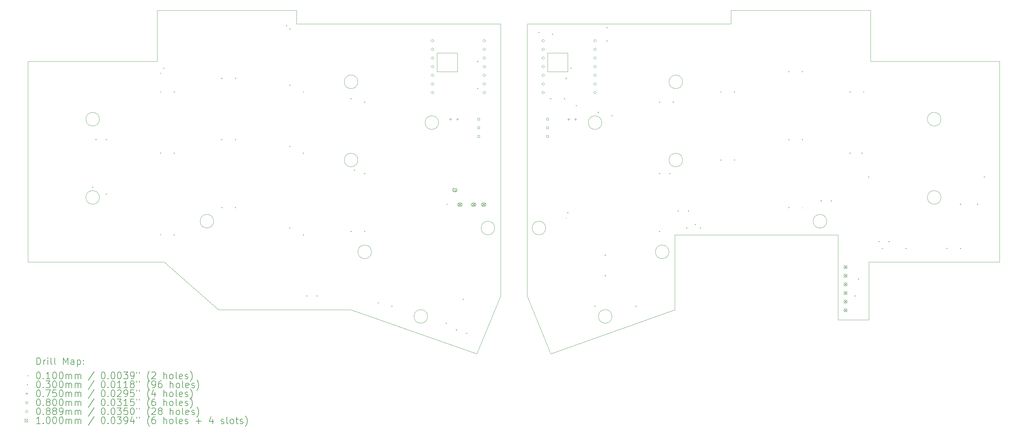
<source format=gbr>
%TF.GenerationSoftware,KiCad,Pcbnew,8.0.3*%
%TF.CreationDate,2024-12-16T20:24:46+09:00*%
%TF.ProjectId,manjaro_mx,6d616e6a-6172-46f5-9f6d-782e6b696361,rev?*%
%TF.SameCoordinates,Original*%
%TF.FileFunction,Drillmap*%
%TF.FilePolarity,Positive*%
%FSLAX45Y45*%
G04 Gerber Fmt 4.5, Leading zero omitted, Abs format (unit mm)*
G04 Created by KiCad (PCBNEW 8.0.3) date 2024-12-16 20:24:46*
%MOMM*%
%LPD*%
G01*
G04 APERTURE LIST*
%ADD10C,0.050000*%
%ADD11C,0.200000*%
%ADD12C,0.100000*%
G04 APERTURE END LIST*
D10*
X23100000Y-11400000D02*
X23100000Y-13600000D01*
X19450000Y-14900000D02*
X18750000Y-13200000D01*
X24750000Y-5200000D02*
X24750000Y-4800000D01*
X6175000Y-8000000D02*
G75*
G02*
X5775000Y-8000000I-200000J0D01*
G01*
X5775000Y-8000000D02*
G75*
G02*
X6175000Y-8000000I200000J0D01*
G01*
X11975000Y-5200000D02*
X11975000Y-4800000D01*
X28800000Y-12200000D02*
X28800000Y-13900000D01*
X11975000Y-5200000D02*
X17975000Y-5200000D01*
X30925000Y-8000000D02*
G75*
G02*
X30525000Y-8000000I-200000J0D01*
G01*
X30525000Y-8000000D02*
G75*
G02*
X30925000Y-8000000I200000J0D01*
G01*
X4075000Y-12200000D02*
X4075000Y-6300000D01*
X23325000Y-6900000D02*
G75*
G02*
X22925000Y-6900000I-200000J0D01*
G01*
X22925000Y-6900000D02*
G75*
G02*
X23325000Y-6900000I200000J0D01*
G01*
X17975000Y-5200000D02*
X17975000Y-13200000D01*
X28850000Y-6300000D02*
X32650000Y-6300000D01*
X23325000Y-9200000D02*
G75*
G02*
X22925000Y-9200000I-200000J0D01*
G01*
X22925000Y-9200000D02*
G75*
G02*
X23325000Y-9200000I200000J0D01*
G01*
X11975000Y-4800000D02*
X7875000Y-4800000D01*
X17800000Y-11200000D02*
G75*
G02*
X17400000Y-11200000I-200000J0D01*
G01*
X17400000Y-11200000D02*
G75*
G02*
X17800000Y-11200000I200000J0D01*
G01*
X32650000Y-6300000D02*
X32650000Y-12200000D01*
X21250000Y-13800000D02*
G75*
G02*
X20850000Y-13800000I-200000J0D01*
G01*
X20850000Y-13800000D02*
G75*
G02*
X21250000Y-13800000I200000J0D01*
G01*
X4075000Y-6300000D02*
X7875000Y-6300000D01*
X28850000Y-4800000D02*
X28850000Y-6300000D01*
X18750000Y-13200000D02*
X18750000Y-5200000D01*
X14175000Y-11900000D02*
G75*
G02*
X13775000Y-11900000I-200000J0D01*
G01*
X13775000Y-11900000D02*
G75*
G02*
X14175000Y-11900000I200000J0D01*
G01*
X30925000Y-10300000D02*
G75*
G02*
X30525000Y-10300000I-200000J0D01*
G01*
X30525000Y-10300000D02*
G75*
G02*
X30925000Y-10300000I200000J0D01*
G01*
X13775000Y-9200000D02*
G75*
G02*
X13375000Y-9200000I-200000J0D01*
G01*
X13375000Y-9200000D02*
G75*
G02*
X13775000Y-9200000I200000J0D01*
G01*
X19350000Y-6050000D02*
X19950000Y-6050000D01*
X19950000Y-6600000D01*
X19350000Y-6600000D01*
X19350000Y-6050000D01*
X9535000Y-11000000D02*
G75*
G02*
X9135000Y-11000000I-200000J0D01*
G01*
X9135000Y-11000000D02*
G75*
G02*
X9535000Y-11000000I200000J0D01*
G01*
X13775000Y-6900000D02*
G75*
G02*
X13375000Y-6900000I-200000J0D01*
G01*
X13375000Y-6900000D02*
G75*
G02*
X13775000Y-6900000I200000J0D01*
G01*
X32650000Y-12200000D02*
X28800000Y-12200000D01*
X18750000Y-5200000D02*
X24750000Y-5200000D01*
X27900000Y-13900000D02*
X27900000Y-11400000D01*
X6175000Y-10300000D02*
G75*
G02*
X5775000Y-10300000I-200000J0D01*
G01*
X5775000Y-10300000D02*
G75*
G02*
X6175000Y-10300000I200000J0D01*
G01*
X8075000Y-12200000D02*
X9675000Y-13600000D01*
X27565000Y-11000000D02*
G75*
G02*
X27165000Y-11000000I-200000J0D01*
G01*
X27165000Y-11000000D02*
G75*
G02*
X27565000Y-11000000I200000J0D01*
G01*
X4075000Y-12200000D02*
X8075000Y-12200000D01*
X27900000Y-11400000D02*
X23100000Y-11400000D01*
X7875000Y-4800000D02*
X7875000Y-6300000D01*
X13575000Y-13600000D02*
X17275000Y-14900000D01*
X20950000Y-8100000D02*
G75*
G02*
X20550000Y-8100000I-200000J0D01*
G01*
X20550000Y-8100000D02*
G75*
G02*
X20950000Y-8100000I200000J0D01*
G01*
X9675000Y-13600000D02*
X13575000Y-13600000D01*
X17275000Y-14900000D02*
X17975000Y-13200000D01*
X23100000Y-13600000D02*
X19450000Y-14900000D01*
X24750000Y-4800000D02*
X28850000Y-4800000D01*
X15825000Y-13800000D02*
G75*
G02*
X15425000Y-13800000I-200000J0D01*
G01*
X15425000Y-13800000D02*
G75*
G02*
X15825000Y-13800000I200000J0D01*
G01*
X28800000Y-13900000D02*
X27900000Y-13900000D01*
X16100000Y-6050000D02*
X16700000Y-6050000D01*
X16700000Y-6600000D01*
X16100000Y-6600000D01*
X16100000Y-6050000D01*
X19300000Y-11200000D02*
G75*
G02*
X18900000Y-11200000I-200000J0D01*
G01*
X18900000Y-11200000D02*
G75*
G02*
X19300000Y-11200000I200000J0D01*
G01*
X22925000Y-11900000D02*
G75*
G02*
X22525000Y-11900000I-200000J0D01*
G01*
X22525000Y-11900000D02*
G75*
G02*
X22925000Y-11900000I200000J0D01*
G01*
X16150000Y-8100000D02*
G75*
G02*
X15750000Y-8100000I-200000J0D01*
G01*
X15750000Y-8100000D02*
G75*
G02*
X16150000Y-8100000I200000J0D01*
G01*
D11*
D12*
X19895000Y-10895000D02*
X19905000Y-10905000D01*
X19905000Y-10895000D02*
X19895000Y-10905000D01*
X26845000Y-10595000D02*
X26855000Y-10605000D01*
X26855000Y-10595000D02*
X26845000Y-10605000D01*
X5990000Y-10000000D02*
G75*
G02*
X5960000Y-10000000I-15000J0D01*
G01*
X5960000Y-10000000D02*
G75*
G02*
X5990000Y-10000000I15000J0D01*
G01*
X6090000Y-8600000D02*
G75*
G02*
X6060000Y-8600000I-15000J0D01*
G01*
X6060000Y-8600000D02*
G75*
G02*
X6090000Y-8600000I15000J0D01*
G01*
X6390000Y-8600000D02*
G75*
G02*
X6360000Y-8600000I-15000J0D01*
G01*
X6360000Y-8600000D02*
G75*
G02*
X6390000Y-8600000I15000J0D01*
G01*
X6390000Y-10200000D02*
G75*
G02*
X6360000Y-10200000I-15000J0D01*
G01*
X6360000Y-10200000D02*
G75*
G02*
X6390000Y-10200000I15000J0D01*
G01*
X7990000Y-6650000D02*
G75*
G02*
X7960000Y-6650000I-15000J0D01*
G01*
X7960000Y-6650000D02*
G75*
G02*
X7990000Y-6650000I15000J0D01*
G01*
X7990000Y-7200000D02*
G75*
G02*
X7960000Y-7200000I-15000J0D01*
G01*
X7960000Y-7200000D02*
G75*
G02*
X7990000Y-7200000I15000J0D01*
G01*
X7990000Y-9000000D02*
G75*
G02*
X7960000Y-9000000I-15000J0D01*
G01*
X7960000Y-9000000D02*
G75*
G02*
X7990000Y-9000000I15000J0D01*
G01*
X7990000Y-11400000D02*
G75*
G02*
X7960000Y-11400000I-15000J0D01*
G01*
X7960000Y-11400000D02*
G75*
G02*
X7990000Y-11400000I15000J0D01*
G01*
X8081500Y-6500000D02*
G75*
G02*
X8051500Y-6500000I-15000J0D01*
G01*
X8051500Y-6500000D02*
G75*
G02*
X8081500Y-6500000I15000J0D01*
G01*
X8390000Y-7200000D02*
G75*
G02*
X8360000Y-7200000I-15000J0D01*
G01*
X8360000Y-7200000D02*
G75*
G02*
X8390000Y-7200000I15000J0D01*
G01*
X8390000Y-9000000D02*
G75*
G02*
X8360000Y-9000000I-15000J0D01*
G01*
X8360000Y-9000000D02*
G75*
G02*
X8390000Y-9000000I15000J0D01*
G01*
X8390000Y-11400000D02*
G75*
G02*
X8360000Y-11400000I-15000J0D01*
G01*
X8360000Y-11400000D02*
G75*
G02*
X8390000Y-11400000I15000J0D01*
G01*
X9790000Y-6800000D02*
G75*
G02*
X9760000Y-6800000I-15000J0D01*
G01*
X9760000Y-6800000D02*
G75*
G02*
X9790000Y-6800000I15000J0D01*
G01*
X9790000Y-8600000D02*
G75*
G02*
X9760000Y-8600000I-15000J0D01*
G01*
X9760000Y-8600000D02*
G75*
G02*
X9790000Y-8600000I15000J0D01*
G01*
X9790000Y-10600000D02*
G75*
G02*
X9760000Y-10600000I-15000J0D01*
G01*
X9760000Y-10600000D02*
G75*
G02*
X9790000Y-10600000I15000J0D01*
G01*
X10190000Y-6800000D02*
G75*
G02*
X10160000Y-6800000I-15000J0D01*
G01*
X10160000Y-6800000D02*
G75*
G02*
X10190000Y-6800000I15000J0D01*
G01*
X10190000Y-8600000D02*
G75*
G02*
X10160000Y-8600000I-15000J0D01*
G01*
X10160000Y-8600000D02*
G75*
G02*
X10190000Y-8600000I15000J0D01*
G01*
X10190000Y-10600000D02*
G75*
G02*
X10160000Y-10600000I-15000J0D01*
G01*
X10160000Y-10600000D02*
G75*
G02*
X10190000Y-10600000I15000J0D01*
G01*
X11690000Y-5250000D02*
G75*
G02*
X11660000Y-5250000I-15000J0D01*
G01*
X11660000Y-5250000D02*
G75*
G02*
X11690000Y-5250000I15000J0D01*
G01*
X11790000Y-5350000D02*
G75*
G02*
X11760000Y-5350000I-15000J0D01*
G01*
X11760000Y-5350000D02*
G75*
G02*
X11790000Y-5350000I15000J0D01*
G01*
X11790000Y-7000000D02*
G75*
G02*
X11760000Y-7000000I-15000J0D01*
G01*
X11760000Y-7000000D02*
G75*
G02*
X11790000Y-7000000I15000J0D01*
G01*
X11790000Y-8800000D02*
G75*
G02*
X11760000Y-8800000I-15000J0D01*
G01*
X11760000Y-8800000D02*
G75*
G02*
X11790000Y-8800000I15000J0D01*
G01*
X11790000Y-11200000D02*
G75*
G02*
X11760000Y-11200000I-15000J0D01*
G01*
X11760000Y-11200000D02*
G75*
G02*
X11790000Y-11200000I15000J0D01*
G01*
X12190000Y-7200000D02*
G75*
G02*
X12160000Y-7200000I-15000J0D01*
G01*
X12160000Y-7200000D02*
G75*
G02*
X12190000Y-7200000I15000J0D01*
G01*
X12190000Y-9000000D02*
G75*
G02*
X12160000Y-9000000I-15000J0D01*
G01*
X12160000Y-9000000D02*
G75*
G02*
X12190000Y-9000000I15000J0D01*
G01*
X12190000Y-11400000D02*
G75*
G02*
X12160000Y-11400000I-15000J0D01*
G01*
X12160000Y-11400000D02*
G75*
G02*
X12190000Y-11400000I15000J0D01*
G01*
X12290000Y-13200000D02*
G75*
G02*
X12260000Y-13200000I-15000J0D01*
G01*
X12260000Y-13200000D02*
G75*
G02*
X12290000Y-13200000I15000J0D01*
G01*
X12590000Y-13200000D02*
G75*
G02*
X12560000Y-13200000I-15000J0D01*
G01*
X12560000Y-13200000D02*
G75*
G02*
X12590000Y-13200000I15000J0D01*
G01*
X13590000Y-7400000D02*
G75*
G02*
X13560000Y-7400000I-15000J0D01*
G01*
X13560000Y-7400000D02*
G75*
G02*
X13590000Y-7400000I15000J0D01*
G01*
X13590000Y-11300000D02*
G75*
G02*
X13560000Y-11300000I-15000J0D01*
G01*
X13560000Y-11300000D02*
G75*
G02*
X13590000Y-11300000I15000J0D01*
G01*
X13690000Y-9500000D02*
G75*
G02*
X13660000Y-9500000I-15000J0D01*
G01*
X13660000Y-9500000D02*
G75*
G02*
X13690000Y-9500000I15000J0D01*
G01*
X13990000Y-7500000D02*
G75*
G02*
X13960000Y-7500000I-15000J0D01*
G01*
X13960000Y-7500000D02*
G75*
G02*
X13990000Y-7500000I15000J0D01*
G01*
X13990000Y-9600000D02*
G75*
G02*
X13960000Y-9600000I-15000J0D01*
G01*
X13960000Y-9600000D02*
G75*
G02*
X13990000Y-9600000I15000J0D01*
G01*
X13990000Y-11300000D02*
G75*
G02*
X13960000Y-11300000I-15000J0D01*
G01*
X13960000Y-11300000D02*
G75*
G02*
X13990000Y-11300000I15000J0D01*
G01*
X14390000Y-13400000D02*
G75*
G02*
X14360000Y-13400000I-15000J0D01*
G01*
X14360000Y-13400000D02*
G75*
G02*
X14390000Y-13400000I15000J0D01*
G01*
X14790000Y-13500000D02*
G75*
G02*
X14760000Y-13500000I-15000J0D01*
G01*
X14760000Y-13500000D02*
G75*
G02*
X14790000Y-13500000I15000J0D01*
G01*
X16390000Y-14000000D02*
G75*
G02*
X16360000Y-14000000I-15000J0D01*
G01*
X16360000Y-14000000D02*
G75*
G02*
X16390000Y-14000000I15000J0D01*
G01*
X16415000Y-10500000D02*
G75*
G02*
X16385000Y-10500000I-15000J0D01*
G01*
X16385000Y-10500000D02*
G75*
G02*
X16415000Y-10500000I15000J0D01*
G01*
X16690000Y-14200000D02*
G75*
G02*
X16660000Y-14200000I-15000J0D01*
G01*
X16660000Y-14200000D02*
G75*
G02*
X16690000Y-14200000I15000J0D01*
G01*
X16890000Y-13300000D02*
G75*
G02*
X16860000Y-13300000I-15000J0D01*
G01*
X16860000Y-13300000D02*
G75*
G02*
X16890000Y-13300000I15000J0D01*
G01*
X16990000Y-14300000D02*
G75*
G02*
X16960000Y-14300000I-15000J0D01*
G01*
X16960000Y-14300000D02*
G75*
G02*
X16990000Y-14300000I15000J0D01*
G01*
X17315000Y-6300000D02*
G75*
G02*
X17285000Y-6300000I-15000J0D01*
G01*
X17285000Y-6300000D02*
G75*
G02*
X17315000Y-6300000I15000J0D01*
G01*
X17315000Y-7100000D02*
G75*
G02*
X17285000Y-7100000I-15000J0D01*
G01*
X17285000Y-7100000D02*
G75*
G02*
X17315000Y-7100000I15000J0D01*
G01*
X19115000Y-5450000D02*
G75*
G02*
X19085000Y-5450000I-15000J0D01*
G01*
X19085000Y-5450000D02*
G75*
G02*
X19115000Y-5450000I15000J0D01*
G01*
X19465000Y-7400000D02*
G75*
G02*
X19435000Y-7400000I-15000J0D01*
G01*
X19435000Y-7400000D02*
G75*
G02*
X19465000Y-7400000I15000J0D01*
G01*
X19515000Y-5500000D02*
G75*
G02*
X19485000Y-5500000I-15000J0D01*
G01*
X19485000Y-5500000D02*
G75*
G02*
X19515000Y-5500000I15000J0D01*
G01*
X19865000Y-7400000D02*
G75*
G02*
X19835000Y-7400000I-15000J0D01*
G01*
X19835000Y-7400000D02*
G75*
G02*
X19865000Y-7400000I15000J0D01*
G01*
X19915000Y-6800000D02*
G75*
G02*
X19885000Y-6800000I-15000J0D01*
G01*
X19885000Y-6800000D02*
G75*
G02*
X19915000Y-6800000I15000J0D01*
G01*
X19965000Y-10750000D02*
G75*
G02*
X19935000Y-10750000I-15000J0D01*
G01*
X19935000Y-10750000D02*
G75*
G02*
X19965000Y-10750000I15000J0D01*
G01*
X20065000Y-6500000D02*
G75*
G02*
X20035000Y-6500000I-15000J0D01*
G01*
X20035000Y-6500000D02*
G75*
G02*
X20065000Y-6500000I15000J0D01*
G01*
X20215000Y-7600000D02*
G75*
G02*
X20185000Y-7600000I-15000J0D01*
G01*
X20185000Y-7600000D02*
G75*
G02*
X20215000Y-7600000I15000J0D01*
G01*
X20765000Y-13500000D02*
G75*
G02*
X20735000Y-13500000I-15000J0D01*
G01*
X20735000Y-13500000D02*
G75*
G02*
X20765000Y-13500000I15000J0D01*
G01*
X20865000Y-7800000D02*
G75*
G02*
X20835000Y-7800000I-15000J0D01*
G01*
X20835000Y-7800000D02*
G75*
G02*
X20865000Y-7800000I15000J0D01*
G01*
X21065000Y-12000000D02*
G75*
G02*
X21035000Y-12000000I-15000J0D01*
G01*
X21035000Y-12000000D02*
G75*
G02*
X21065000Y-12000000I15000J0D01*
G01*
X21065000Y-12600000D02*
G75*
G02*
X21035000Y-12600000I-15000J0D01*
G01*
X21035000Y-12600000D02*
G75*
G02*
X21065000Y-12600000I15000J0D01*
G01*
X21115000Y-5310000D02*
G75*
G02*
X21085000Y-5310000I-15000J0D01*
G01*
X21085000Y-5310000D02*
G75*
G02*
X21115000Y-5310000I15000J0D01*
G01*
X21115000Y-5700000D02*
G75*
G02*
X21085000Y-5700000I-15000J0D01*
G01*
X21085000Y-5700000D02*
G75*
G02*
X21115000Y-5700000I15000J0D01*
G01*
X21265000Y-7900000D02*
G75*
G02*
X21235000Y-7900000I-15000J0D01*
G01*
X21235000Y-7900000D02*
G75*
G02*
X21265000Y-7900000I15000J0D01*
G01*
X21965000Y-13500000D02*
G75*
G02*
X21935000Y-13500000I-15000J0D01*
G01*
X21935000Y-13500000D02*
G75*
G02*
X21965000Y-13500000I15000J0D01*
G01*
X22665000Y-7500000D02*
G75*
G02*
X22635000Y-7500000I-15000J0D01*
G01*
X22635000Y-7500000D02*
G75*
G02*
X22665000Y-7500000I15000J0D01*
G01*
X22665000Y-9600000D02*
G75*
G02*
X22635000Y-9600000I-15000J0D01*
G01*
X22635000Y-9600000D02*
G75*
G02*
X22665000Y-9600000I15000J0D01*
G01*
X22665000Y-11300000D02*
G75*
G02*
X22635000Y-11300000I-15000J0D01*
G01*
X22635000Y-11300000D02*
G75*
G02*
X22665000Y-11300000I15000J0D01*
G01*
X22965000Y-9600000D02*
G75*
G02*
X22935000Y-9600000I-15000J0D01*
G01*
X22935000Y-9600000D02*
G75*
G02*
X22965000Y-9600000I15000J0D01*
G01*
X23065000Y-7500000D02*
G75*
G02*
X23035000Y-7500000I-15000J0D01*
G01*
X23035000Y-7500000D02*
G75*
G02*
X23065000Y-7500000I15000J0D01*
G01*
X23215000Y-10700000D02*
G75*
G02*
X23185000Y-10700000I-15000J0D01*
G01*
X23185000Y-10700000D02*
G75*
G02*
X23215000Y-10700000I15000J0D01*
G01*
X23465000Y-11200000D02*
G75*
G02*
X23435000Y-11200000I-15000J0D01*
G01*
X23435000Y-11200000D02*
G75*
G02*
X23465000Y-11200000I15000J0D01*
G01*
X23515000Y-10700000D02*
G75*
G02*
X23485000Y-10700000I-15000J0D01*
G01*
X23485000Y-10700000D02*
G75*
G02*
X23515000Y-10700000I15000J0D01*
G01*
X23715000Y-11100000D02*
G75*
G02*
X23685000Y-11100000I-15000J0D01*
G01*
X23685000Y-11100000D02*
G75*
G02*
X23715000Y-11100000I15000J0D01*
G01*
X23865000Y-11200000D02*
G75*
G02*
X23835000Y-11200000I-15000J0D01*
G01*
X23835000Y-11200000D02*
G75*
G02*
X23865000Y-11200000I15000J0D01*
G01*
X24465000Y-7200000D02*
G75*
G02*
X24435000Y-7200000I-15000J0D01*
G01*
X24435000Y-7200000D02*
G75*
G02*
X24465000Y-7200000I15000J0D01*
G01*
X24465000Y-9200000D02*
G75*
G02*
X24435000Y-9200000I-15000J0D01*
G01*
X24435000Y-9200000D02*
G75*
G02*
X24465000Y-9200000I15000J0D01*
G01*
X24865000Y-7200000D02*
G75*
G02*
X24835000Y-7200000I-15000J0D01*
G01*
X24835000Y-7200000D02*
G75*
G02*
X24865000Y-7200000I15000J0D01*
G01*
X24865000Y-9200000D02*
G75*
G02*
X24835000Y-9200000I-15000J0D01*
G01*
X24835000Y-9200000D02*
G75*
G02*
X24865000Y-9200000I15000J0D01*
G01*
X26465000Y-6600000D02*
G75*
G02*
X26435000Y-6600000I-15000J0D01*
G01*
X26435000Y-6600000D02*
G75*
G02*
X26465000Y-6600000I15000J0D01*
G01*
X26465000Y-8600000D02*
G75*
G02*
X26435000Y-8600000I-15000J0D01*
G01*
X26435000Y-8600000D02*
G75*
G02*
X26465000Y-8600000I15000J0D01*
G01*
X26465000Y-10600000D02*
G75*
G02*
X26435000Y-10600000I-15000J0D01*
G01*
X26435000Y-10600000D02*
G75*
G02*
X26465000Y-10600000I15000J0D01*
G01*
X26865000Y-6600000D02*
G75*
G02*
X26835000Y-6600000I-15000J0D01*
G01*
X26835000Y-6600000D02*
G75*
G02*
X26865000Y-6600000I15000J0D01*
G01*
X26865000Y-8600000D02*
G75*
G02*
X26835000Y-8600000I-15000J0D01*
G01*
X26835000Y-8600000D02*
G75*
G02*
X26865000Y-8600000I15000J0D01*
G01*
X27415000Y-10400000D02*
G75*
G02*
X27385000Y-10400000I-15000J0D01*
G01*
X27385000Y-10400000D02*
G75*
G02*
X27415000Y-10400000I15000J0D01*
G01*
X27715000Y-10400000D02*
G75*
G02*
X27685000Y-10400000I-15000J0D01*
G01*
X27685000Y-10400000D02*
G75*
G02*
X27715000Y-10400000I15000J0D01*
G01*
X28265000Y-7200000D02*
G75*
G02*
X28235000Y-7200000I-15000J0D01*
G01*
X28235000Y-7200000D02*
G75*
G02*
X28265000Y-7200000I15000J0D01*
G01*
X28265000Y-9000000D02*
G75*
G02*
X28235000Y-9000000I-15000J0D01*
G01*
X28235000Y-9000000D02*
G75*
G02*
X28265000Y-9000000I15000J0D01*
G01*
X28415000Y-13200000D02*
G75*
G02*
X28385000Y-13200000I-15000J0D01*
G01*
X28385000Y-13200000D02*
G75*
G02*
X28415000Y-13200000I15000J0D01*
G01*
X28515000Y-12700000D02*
G75*
G02*
X28485000Y-12700000I-15000J0D01*
G01*
X28485000Y-12700000D02*
G75*
G02*
X28515000Y-12700000I15000J0D01*
G01*
X28615000Y-9000000D02*
G75*
G02*
X28585000Y-9000000I-15000J0D01*
G01*
X28585000Y-9000000D02*
G75*
G02*
X28615000Y-9000000I15000J0D01*
G01*
X28665000Y-7200000D02*
G75*
G02*
X28635000Y-7200000I-15000J0D01*
G01*
X28635000Y-7200000D02*
G75*
G02*
X28665000Y-7200000I15000J0D01*
G01*
X28815000Y-9700000D02*
G75*
G02*
X28785000Y-9700000I-15000J0D01*
G01*
X28785000Y-9700000D02*
G75*
G02*
X28815000Y-9700000I15000J0D01*
G01*
X29115000Y-11600000D02*
G75*
G02*
X29085000Y-11600000I-15000J0D01*
G01*
X29085000Y-11600000D02*
G75*
G02*
X29115000Y-11600000I15000J0D01*
G01*
X29215000Y-11800000D02*
G75*
G02*
X29185000Y-11800000I-15000J0D01*
G01*
X29185000Y-11800000D02*
G75*
G02*
X29215000Y-11800000I15000J0D01*
G01*
X29415000Y-11600000D02*
G75*
G02*
X29385000Y-11600000I-15000J0D01*
G01*
X29385000Y-11600000D02*
G75*
G02*
X29415000Y-11600000I15000J0D01*
G01*
X29915000Y-11800000D02*
G75*
G02*
X29885000Y-11800000I-15000J0D01*
G01*
X29885000Y-11800000D02*
G75*
G02*
X29915000Y-11800000I15000J0D01*
G01*
X31115000Y-11800000D02*
G75*
G02*
X31085000Y-11800000I-15000J0D01*
G01*
X31085000Y-11800000D02*
G75*
G02*
X31115000Y-11800000I15000J0D01*
G01*
X31515000Y-10500000D02*
G75*
G02*
X31485000Y-10500000I-15000J0D01*
G01*
X31485000Y-10500000D02*
G75*
G02*
X31515000Y-10500000I15000J0D01*
G01*
X31515000Y-11800000D02*
G75*
G02*
X31485000Y-11800000I-15000J0D01*
G01*
X31485000Y-11800000D02*
G75*
G02*
X31515000Y-11800000I15000J0D01*
G01*
X32015000Y-10500000D02*
G75*
G02*
X31985000Y-10500000I-15000J0D01*
G01*
X31985000Y-10500000D02*
G75*
G02*
X32015000Y-10500000I15000J0D01*
G01*
X32215000Y-9700000D02*
G75*
G02*
X32185000Y-9700000I-15000J0D01*
G01*
X32185000Y-9700000D02*
G75*
G02*
X32215000Y-9700000I15000J0D01*
G01*
X16500000Y-7962500D02*
X16500000Y-8037500D01*
X16462500Y-8000000D02*
X16537500Y-8000000D01*
X16700000Y-7962500D02*
X16700000Y-8037500D01*
X16662500Y-8000000D02*
X16737500Y-8000000D01*
X19975000Y-7962500D02*
X19975000Y-8037500D01*
X19937500Y-8000000D02*
X20012500Y-8000000D01*
X20175000Y-7962500D02*
X20175000Y-8037500D01*
X20137500Y-8000000D02*
X20212500Y-8000000D01*
X17353285Y-8024284D02*
X17353285Y-7967715D01*
X17296716Y-7967715D01*
X17296716Y-8024284D01*
X17353285Y-8024284D01*
X17353285Y-8278284D02*
X17353285Y-8221715D01*
X17296716Y-8221715D01*
X17296716Y-8278284D01*
X17353285Y-8278284D01*
X17353285Y-8532285D02*
X17353285Y-8475716D01*
X17296716Y-8475716D01*
X17296716Y-8532285D01*
X17353285Y-8532285D01*
X19378285Y-8024284D02*
X19378285Y-7967715D01*
X19321716Y-7967715D01*
X19321716Y-8024284D01*
X19378285Y-8024284D01*
X19378285Y-8278284D02*
X19378285Y-8221715D01*
X19321716Y-8221715D01*
X19321716Y-8278284D01*
X19378285Y-8278284D01*
X19378285Y-8532285D02*
X19378285Y-8475716D01*
X19321716Y-8475716D01*
X19321716Y-8532285D01*
X19378285Y-8532285D01*
X15963000Y-5732450D02*
X16007450Y-5688000D01*
X15963000Y-5643550D01*
X15918550Y-5688000D01*
X15963000Y-5732450D01*
X15963000Y-5986450D02*
X16007450Y-5942000D01*
X15963000Y-5897550D01*
X15918550Y-5942000D01*
X15963000Y-5986450D01*
X15963000Y-6240450D02*
X16007450Y-6196000D01*
X15963000Y-6151550D01*
X15918550Y-6196000D01*
X15963000Y-6240450D01*
X15963000Y-6494450D02*
X16007450Y-6450000D01*
X15963000Y-6405550D01*
X15918550Y-6450000D01*
X15963000Y-6494450D01*
X15963000Y-6748450D02*
X16007450Y-6704000D01*
X15963000Y-6659550D01*
X15918550Y-6704000D01*
X15963000Y-6748450D01*
X15963000Y-7002450D02*
X16007450Y-6958000D01*
X15963000Y-6913550D01*
X15918550Y-6958000D01*
X15963000Y-7002450D01*
X15963000Y-7256450D02*
X16007450Y-7212000D01*
X15963000Y-7167550D01*
X15918550Y-7212000D01*
X15963000Y-7256450D01*
X17487000Y-5732450D02*
X17531450Y-5688000D01*
X17487000Y-5643550D01*
X17442550Y-5688000D01*
X17487000Y-5732450D01*
X17487000Y-5986450D02*
X17531450Y-5942000D01*
X17487000Y-5897550D01*
X17442550Y-5942000D01*
X17487000Y-5986450D01*
X17487000Y-6240450D02*
X17531450Y-6196000D01*
X17487000Y-6151550D01*
X17442550Y-6196000D01*
X17487000Y-6240450D01*
X17487000Y-6494450D02*
X17531450Y-6450000D01*
X17487000Y-6405550D01*
X17442550Y-6450000D01*
X17487000Y-6494450D01*
X17487000Y-6748450D02*
X17531450Y-6704000D01*
X17487000Y-6659550D01*
X17442550Y-6704000D01*
X17487000Y-6748450D01*
X17487000Y-7002450D02*
X17531450Y-6958000D01*
X17487000Y-6913550D01*
X17442550Y-6958000D01*
X17487000Y-7002450D01*
X17487000Y-7256450D02*
X17531450Y-7212000D01*
X17487000Y-7167550D01*
X17442550Y-7212000D01*
X17487000Y-7256450D01*
X19223000Y-5732450D02*
X19267450Y-5688000D01*
X19223000Y-5643550D01*
X19178550Y-5688000D01*
X19223000Y-5732450D01*
X19223000Y-5986450D02*
X19267450Y-5942000D01*
X19223000Y-5897550D01*
X19178550Y-5942000D01*
X19223000Y-5986450D01*
X19223000Y-6240450D02*
X19267450Y-6196000D01*
X19223000Y-6151550D01*
X19178550Y-6196000D01*
X19223000Y-6240450D01*
X19223000Y-6494450D02*
X19267450Y-6450000D01*
X19223000Y-6405550D01*
X19178550Y-6450000D01*
X19223000Y-6494450D01*
X19223000Y-6748450D02*
X19267450Y-6704000D01*
X19223000Y-6659550D01*
X19178550Y-6704000D01*
X19223000Y-6748450D01*
X19223000Y-7002450D02*
X19267450Y-6958000D01*
X19223000Y-6913550D01*
X19178550Y-6958000D01*
X19223000Y-7002450D01*
X19223000Y-7256450D02*
X19267450Y-7212000D01*
X19223000Y-7167550D01*
X19178550Y-7212000D01*
X19223000Y-7256450D01*
X20747000Y-5732450D02*
X20791450Y-5688000D01*
X20747000Y-5643550D01*
X20702550Y-5688000D01*
X20747000Y-5732450D01*
X20747000Y-5986450D02*
X20791450Y-5942000D01*
X20747000Y-5897550D01*
X20702550Y-5942000D01*
X20747000Y-5986450D01*
X20747000Y-6240450D02*
X20791450Y-6196000D01*
X20747000Y-6151550D01*
X20702550Y-6196000D01*
X20747000Y-6240450D01*
X20747000Y-6494450D02*
X20791450Y-6450000D01*
X20747000Y-6405550D01*
X20702550Y-6450000D01*
X20747000Y-6494450D01*
X20747000Y-6748450D02*
X20791450Y-6704000D01*
X20747000Y-6659550D01*
X20702550Y-6704000D01*
X20747000Y-6748450D01*
X20747000Y-7002450D02*
X20791450Y-6958000D01*
X20747000Y-6913550D01*
X20702550Y-6958000D01*
X20747000Y-7002450D01*
X20747000Y-7256450D02*
X20791450Y-7212000D01*
X20747000Y-7167550D01*
X20702550Y-7212000D01*
X20747000Y-7256450D01*
X16575000Y-10030000D02*
X16675000Y-10130000D01*
X16675000Y-10030000D02*
X16575000Y-10130000D01*
X16675000Y-10080000D02*
G75*
G02*
X16575000Y-10080000I-50000J0D01*
G01*
X16575000Y-10080000D02*
G75*
G02*
X16675000Y-10080000I50000J0D01*
G01*
X16650000Y-10030000D02*
X16600000Y-10030000D01*
X16600000Y-10130000D02*
G75*
G02*
X16600000Y-10030000I0J50000D01*
G01*
X16600000Y-10130000D02*
X16650000Y-10130000D01*
X16650000Y-10130000D02*
G75*
G03*
X16650000Y-10030000I0J50000D01*
G01*
X16725000Y-10460000D02*
X16825000Y-10560000D01*
X16825000Y-10460000D02*
X16725000Y-10560000D01*
X16825000Y-10510000D02*
G75*
G02*
X16725000Y-10510000I-50000J0D01*
G01*
X16725000Y-10510000D02*
G75*
G02*
X16825000Y-10510000I50000J0D01*
G01*
X16800000Y-10460000D02*
X16750000Y-10460000D01*
X16750000Y-10560000D02*
G75*
G02*
X16750000Y-10460000I0J50000D01*
G01*
X16750000Y-10560000D02*
X16800000Y-10560000D01*
X16800000Y-10560000D02*
G75*
G03*
X16800000Y-10460000I0J50000D01*
G01*
X17125000Y-10460000D02*
X17225000Y-10560000D01*
X17225000Y-10460000D02*
X17125000Y-10560000D01*
X17225000Y-10510000D02*
G75*
G02*
X17125000Y-10510000I-50000J0D01*
G01*
X17125000Y-10510000D02*
G75*
G02*
X17225000Y-10510000I50000J0D01*
G01*
X17200000Y-10460000D02*
X17150000Y-10460000D01*
X17150000Y-10560000D02*
G75*
G02*
X17150000Y-10460000I0J50000D01*
G01*
X17150000Y-10560000D02*
X17200000Y-10560000D01*
X17200000Y-10560000D02*
G75*
G03*
X17200000Y-10460000I0J50000D01*
G01*
X17425000Y-10460000D02*
X17525000Y-10560000D01*
X17525000Y-10460000D02*
X17425000Y-10560000D01*
X17525000Y-10510000D02*
G75*
G02*
X17425000Y-10510000I-50000J0D01*
G01*
X17425000Y-10510000D02*
G75*
G02*
X17525000Y-10510000I50000J0D01*
G01*
X17500000Y-10460000D02*
X17450000Y-10460000D01*
X17450000Y-10560000D02*
G75*
G02*
X17450000Y-10460000I0J50000D01*
G01*
X17450000Y-10560000D02*
X17500000Y-10560000D01*
X17500000Y-10560000D02*
G75*
G03*
X17500000Y-10460000I0J50000D01*
G01*
X28065000Y-12297500D02*
X28165000Y-12397500D01*
X28165000Y-12297500D02*
X28065000Y-12397500D01*
X28165000Y-12347500D02*
G75*
G02*
X28065000Y-12347500I-50000J0D01*
G01*
X28065000Y-12347500D02*
G75*
G02*
X28165000Y-12347500I50000J0D01*
G01*
X28065000Y-12551500D02*
X28165000Y-12651500D01*
X28165000Y-12551500D02*
X28065000Y-12651500D01*
X28165000Y-12601500D02*
G75*
G02*
X28065000Y-12601500I-50000J0D01*
G01*
X28065000Y-12601500D02*
G75*
G02*
X28165000Y-12601500I50000J0D01*
G01*
X28065000Y-12805500D02*
X28165000Y-12905500D01*
X28165000Y-12805500D02*
X28065000Y-12905500D01*
X28165000Y-12855500D02*
G75*
G02*
X28065000Y-12855500I-50000J0D01*
G01*
X28065000Y-12855500D02*
G75*
G02*
X28165000Y-12855500I50000J0D01*
G01*
X28065000Y-13059500D02*
X28165000Y-13159500D01*
X28165000Y-13059500D02*
X28065000Y-13159500D01*
X28165000Y-13109500D02*
G75*
G02*
X28065000Y-13109500I-50000J0D01*
G01*
X28065000Y-13109500D02*
G75*
G02*
X28165000Y-13109500I50000J0D01*
G01*
X28065000Y-13313500D02*
X28165000Y-13413500D01*
X28165000Y-13313500D02*
X28065000Y-13413500D01*
X28165000Y-13363500D02*
G75*
G02*
X28065000Y-13363500I-50000J0D01*
G01*
X28065000Y-13363500D02*
G75*
G02*
X28165000Y-13363500I50000J0D01*
G01*
X28065000Y-13567500D02*
X28165000Y-13667500D01*
X28165000Y-13567500D02*
X28065000Y-13667500D01*
X28165000Y-13617500D02*
G75*
G02*
X28065000Y-13617500I-50000J0D01*
G01*
X28065000Y-13617500D02*
G75*
G02*
X28165000Y-13617500I50000J0D01*
G01*
D11*
X4333277Y-15213984D02*
X4333277Y-15013984D01*
X4333277Y-15013984D02*
X4380896Y-15013984D01*
X4380896Y-15013984D02*
X4409467Y-15023508D01*
X4409467Y-15023508D02*
X4428515Y-15042555D01*
X4428515Y-15042555D02*
X4438039Y-15061603D01*
X4438039Y-15061603D02*
X4447563Y-15099698D01*
X4447563Y-15099698D02*
X4447563Y-15128269D01*
X4447563Y-15128269D02*
X4438039Y-15166365D01*
X4438039Y-15166365D02*
X4428515Y-15185412D01*
X4428515Y-15185412D02*
X4409467Y-15204460D01*
X4409467Y-15204460D02*
X4380896Y-15213984D01*
X4380896Y-15213984D02*
X4333277Y-15213984D01*
X4533277Y-15213984D02*
X4533277Y-15080650D01*
X4533277Y-15118746D02*
X4542801Y-15099698D01*
X4542801Y-15099698D02*
X4552324Y-15090174D01*
X4552324Y-15090174D02*
X4571372Y-15080650D01*
X4571372Y-15080650D02*
X4590420Y-15080650D01*
X4657086Y-15213984D02*
X4657086Y-15080650D01*
X4657086Y-15013984D02*
X4647563Y-15023508D01*
X4647563Y-15023508D02*
X4657086Y-15033031D01*
X4657086Y-15033031D02*
X4666610Y-15023508D01*
X4666610Y-15023508D02*
X4657086Y-15013984D01*
X4657086Y-15013984D02*
X4657086Y-15033031D01*
X4780896Y-15213984D02*
X4761848Y-15204460D01*
X4761848Y-15204460D02*
X4752324Y-15185412D01*
X4752324Y-15185412D02*
X4752324Y-15013984D01*
X4885658Y-15213984D02*
X4866610Y-15204460D01*
X4866610Y-15204460D02*
X4857086Y-15185412D01*
X4857086Y-15185412D02*
X4857086Y-15013984D01*
X5114229Y-15213984D02*
X5114229Y-15013984D01*
X5114229Y-15013984D02*
X5180896Y-15156841D01*
X5180896Y-15156841D02*
X5247563Y-15013984D01*
X5247563Y-15013984D02*
X5247563Y-15213984D01*
X5428515Y-15213984D02*
X5428515Y-15109222D01*
X5428515Y-15109222D02*
X5418991Y-15090174D01*
X5418991Y-15090174D02*
X5399944Y-15080650D01*
X5399944Y-15080650D02*
X5361848Y-15080650D01*
X5361848Y-15080650D02*
X5342801Y-15090174D01*
X5428515Y-15204460D02*
X5409467Y-15213984D01*
X5409467Y-15213984D02*
X5361848Y-15213984D01*
X5361848Y-15213984D02*
X5342801Y-15204460D01*
X5342801Y-15204460D02*
X5333277Y-15185412D01*
X5333277Y-15185412D02*
X5333277Y-15166365D01*
X5333277Y-15166365D02*
X5342801Y-15147317D01*
X5342801Y-15147317D02*
X5361848Y-15137793D01*
X5361848Y-15137793D02*
X5409467Y-15137793D01*
X5409467Y-15137793D02*
X5428515Y-15128269D01*
X5523753Y-15080650D02*
X5523753Y-15280650D01*
X5523753Y-15090174D02*
X5542801Y-15080650D01*
X5542801Y-15080650D02*
X5580896Y-15080650D01*
X5580896Y-15080650D02*
X5599943Y-15090174D01*
X5599943Y-15090174D02*
X5609467Y-15099698D01*
X5609467Y-15099698D02*
X5618991Y-15118746D01*
X5618991Y-15118746D02*
X5618991Y-15175888D01*
X5618991Y-15175888D02*
X5609467Y-15194936D01*
X5609467Y-15194936D02*
X5599943Y-15204460D01*
X5599943Y-15204460D02*
X5580896Y-15213984D01*
X5580896Y-15213984D02*
X5542801Y-15213984D01*
X5542801Y-15213984D02*
X5523753Y-15204460D01*
X5704705Y-15194936D02*
X5714229Y-15204460D01*
X5714229Y-15204460D02*
X5704705Y-15213984D01*
X5704705Y-15213984D02*
X5695182Y-15204460D01*
X5695182Y-15204460D02*
X5704705Y-15194936D01*
X5704705Y-15194936D02*
X5704705Y-15213984D01*
X5704705Y-15090174D02*
X5714229Y-15099698D01*
X5714229Y-15099698D02*
X5704705Y-15109222D01*
X5704705Y-15109222D02*
X5695182Y-15099698D01*
X5695182Y-15099698D02*
X5704705Y-15090174D01*
X5704705Y-15090174D02*
X5704705Y-15109222D01*
D12*
X4062500Y-15537500D02*
X4072500Y-15547500D01*
X4072500Y-15537500D02*
X4062500Y-15547500D01*
D11*
X4371372Y-15433984D02*
X4390420Y-15433984D01*
X4390420Y-15433984D02*
X4409467Y-15443508D01*
X4409467Y-15443508D02*
X4418991Y-15453031D01*
X4418991Y-15453031D02*
X4428515Y-15472079D01*
X4428515Y-15472079D02*
X4438039Y-15510174D01*
X4438039Y-15510174D02*
X4438039Y-15557793D01*
X4438039Y-15557793D02*
X4428515Y-15595888D01*
X4428515Y-15595888D02*
X4418991Y-15614936D01*
X4418991Y-15614936D02*
X4409467Y-15624460D01*
X4409467Y-15624460D02*
X4390420Y-15633984D01*
X4390420Y-15633984D02*
X4371372Y-15633984D01*
X4371372Y-15633984D02*
X4352324Y-15624460D01*
X4352324Y-15624460D02*
X4342801Y-15614936D01*
X4342801Y-15614936D02*
X4333277Y-15595888D01*
X4333277Y-15595888D02*
X4323753Y-15557793D01*
X4323753Y-15557793D02*
X4323753Y-15510174D01*
X4323753Y-15510174D02*
X4333277Y-15472079D01*
X4333277Y-15472079D02*
X4342801Y-15453031D01*
X4342801Y-15453031D02*
X4352324Y-15443508D01*
X4352324Y-15443508D02*
X4371372Y-15433984D01*
X4523753Y-15614936D02*
X4533277Y-15624460D01*
X4533277Y-15624460D02*
X4523753Y-15633984D01*
X4523753Y-15633984D02*
X4514229Y-15624460D01*
X4514229Y-15624460D02*
X4523753Y-15614936D01*
X4523753Y-15614936D02*
X4523753Y-15633984D01*
X4723753Y-15633984D02*
X4609467Y-15633984D01*
X4666610Y-15633984D02*
X4666610Y-15433984D01*
X4666610Y-15433984D02*
X4647563Y-15462555D01*
X4647563Y-15462555D02*
X4628515Y-15481603D01*
X4628515Y-15481603D02*
X4609467Y-15491127D01*
X4847563Y-15433984D02*
X4866610Y-15433984D01*
X4866610Y-15433984D02*
X4885658Y-15443508D01*
X4885658Y-15443508D02*
X4895182Y-15453031D01*
X4895182Y-15453031D02*
X4904705Y-15472079D01*
X4904705Y-15472079D02*
X4914229Y-15510174D01*
X4914229Y-15510174D02*
X4914229Y-15557793D01*
X4914229Y-15557793D02*
X4904705Y-15595888D01*
X4904705Y-15595888D02*
X4895182Y-15614936D01*
X4895182Y-15614936D02*
X4885658Y-15624460D01*
X4885658Y-15624460D02*
X4866610Y-15633984D01*
X4866610Y-15633984D02*
X4847563Y-15633984D01*
X4847563Y-15633984D02*
X4828515Y-15624460D01*
X4828515Y-15624460D02*
X4818991Y-15614936D01*
X4818991Y-15614936D02*
X4809467Y-15595888D01*
X4809467Y-15595888D02*
X4799944Y-15557793D01*
X4799944Y-15557793D02*
X4799944Y-15510174D01*
X4799944Y-15510174D02*
X4809467Y-15472079D01*
X4809467Y-15472079D02*
X4818991Y-15453031D01*
X4818991Y-15453031D02*
X4828515Y-15443508D01*
X4828515Y-15443508D02*
X4847563Y-15433984D01*
X5038039Y-15433984D02*
X5057086Y-15433984D01*
X5057086Y-15433984D02*
X5076134Y-15443508D01*
X5076134Y-15443508D02*
X5085658Y-15453031D01*
X5085658Y-15453031D02*
X5095182Y-15472079D01*
X5095182Y-15472079D02*
X5104705Y-15510174D01*
X5104705Y-15510174D02*
X5104705Y-15557793D01*
X5104705Y-15557793D02*
X5095182Y-15595888D01*
X5095182Y-15595888D02*
X5085658Y-15614936D01*
X5085658Y-15614936D02*
X5076134Y-15624460D01*
X5076134Y-15624460D02*
X5057086Y-15633984D01*
X5057086Y-15633984D02*
X5038039Y-15633984D01*
X5038039Y-15633984D02*
X5018991Y-15624460D01*
X5018991Y-15624460D02*
X5009467Y-15614936D01*
X5009467Y-15614936D02*
X4999944Y-15595888D01*
X4999944Y-15595888D02*
X4990420Y-15557793D01*
X4990420Y-15557793D02*
X4990420Y-15510174D01*
X4990420Y-15510174D02*
X4999944Y-15472079D01*
X4999944Y-15472079D02*
X5009467Y-15453031D01*
X5009467Y-15453031D02*
X5018991Y-15443508D01*
X5018991Y-15443508D02*
X5038039Y-15433984D01*
X5190420Y-15633984D02*
X5190420Y-15500650D01*
X5190420Y-15519698D02*
X5199944Y-15510174D01*
X5199944Y-15510174D02*
X5218991Y-15500650D01*
X5218991Y-15500650D02*
X5247563Y-15500650D01*
X5247563Y-15500650D02*
X5266610Y-15510174D01*
X5266610Y-15510174D02*
X5276134Y-15529222D01*
X5276134Y-15529222D02*
X5276134Y-15633984D01*
X5276134Y-15529222D02*
X5285658Y-15510174D01*
X5285658Y-15510174D02*
X5304705Y-15500650D01*
X5304705Y-15500650D02*
X5333277Y-15500650D01*
X5333277Y-15500650D02*
X5352325Y-15510174D01*
X5352325Y-15510174D02*
X5361848Y-15529222D01*
X5361848Y-15529222D02*
X5361848Y-15633984D01*
X5457086Y-15633984D02*
X5457086Y-15500650D01*
X5457086Y-15519698D02*
X5466610Y-15510174D01*
X5466610Y-15510174D02*
X5485658Y-15500650D01*
X5485658Y-15500650D02*
X5514229Y-15500650D01*
X5514229Y-15500650D02*
X5533277Y-15510174D01*
X5533277Y-15510174D02*
X5542801Y-15529222D01*
X5542801Y-15529222D02*
X5542801Y-15633984D01*
X5542801Y-15529222D02*
X5552325Y-15510174D01*
X5552325Y-15510174D02*
X5571372Y-15500650D01*
X5571372Y-15500650D02*
X5599943Y-15500650D01*
X5599943Y-15500650D02*
X5618991Y-15510174D01*
X5618991Y-15510174D02*
X5628515Y-15529222D01*
X5628515Y-15529222D02*
X5628515Y-15633984D01*
X6018991Y-15424460D02*
X5847563Y-15681603D01*
X6276134Y-15433984D02*
X6295182Y-15433984D01*
X6295182Y-15433984D02*
X6314229Y-15443508D01*
X6314229Y-15443508D02*
X6323753Y-15453031D01*
X6323753Y-15453031D02*
X6333277Y-15472079D01*
X6333277Y-15472079D02*
X6342801Y-15510174D01*
X6342801Y-15510174D02*
X6342801Y-15557793D01*
X6342801Y-15557793D02*
X6333277Y-15595888D01*
X6333277Y-15595888D02*
X6323753Y-15614936D01*
X6323753Y-15614936D02*
X6314229Y-15624460D01*
X6314229Y-15624460D02*
X6295182Y-15633984D01*
X6295182Y-15633984D02*
X6276134Y-15633984D01*
X6276134Y-15633984D02*
X6257086Y-15624460D01*
X6257086Y-15624460D02*
X6247563Y-15614936D01*
X6247563Y-15614936D02*
X6238039Y-15595888D01*
X6238039Y-15595888D02*
X6228515Y-15557793D01*
X6228515Y-15557793D02*
X6228515Y-15510174D01*
X6228515Y-15510174D02*
X6238039Y-15472079D01*
X6238039Y-15472079D02*
X6247563Y-15453031D01*
X6247563Y-15453031D02*
X6257086Y-15443508D01*
X6257086Y-15443508D02*
X6276134Y-15433984D01*
X6428515Y-15614936D02*
X6438039Y-15624460D01*
X6438039Y-15624460D02*
X6428515Y-15633984D01*
X6428515Y-15633984D02*
X6418991Y-15624460D01*
X6418991Y-15624460D02*
X6428515Y-15614936D01*
X6428515Y-15614936D02*
X6428515Y-15633984D01*
X6561848Y-15433984D02*
X6580896Y-15433984D01*
X6580896Y-15433984D02*
X6599944Y-15443508D01*
X6599944Y-15443508D02*
X6609467Y-15453031D01*
X6609467Y-15453031D02*
X6618991Y-15472079D01*
X6618991Y-15472079D02*
X6628515Y-15510174D01*
X6628515Y-15510174D02*
X6628515Y-15557793D01*
X6628515Y-15557793D02*
X6618991Y-15595888D01*
X6618991Y-15595888D02*
X6609467Y-15614936D01*
X6609467Y-15614936D02*
X6599944Y-15624460D01*
X6599944Y-15624460D02*
X6580896Y-15633984D01*
X6580896Y-15633984D02*
X6561848Y-15633984D01*
X6561848Y-15633984D02*
X6542801Y-15624460D01*
X6542801Y-15624460D02*
X6533277Y-15614936D01*
X6533277Y-15614936D02*
X6523753Y-15595888D01*
X6523753Y-15595888D02*
X6514229Y-15557793D01*
X6514229Y-15557793D02*
X6514229Y-15510174D01*
X6514229Y-15510174D02*
X6523753Y-15472079D01*
X6523753Y-15472079D02*
X6533277Y-15453031D01*
X6533277Y-15453031D02*
X6542801Y-15443508D01*
X6542801Y-15443508D02*
X6561848Y-15433984D01*
X6752325Y-15433984D02*
X6771372Y-15433984D01*
X6771372Y-15433984D02*
X6790420Y-15443508D01*
X6790420Y-15443508D02*
X6799944Y-15453031D01*
X6799944Y-15453031D02*
X6809467Y-15472079D01*
X6809467Y-15472079D02*
X6818991Y-15510174D01*
X6818991Y-15510174D02*
X6818991Y-15557793D01*
X6818991Y-15557793D02*
X6809467Y-15595888D01*
X6809467Y-15595888D02*
X6799944Y-15614936D01*
X6799944Y-15614936D02*
X6790420Y-15624460D01*
X6790420Y-15624460D02*
X6771372Y-15633984D01*
X6771372Y-15633984D02*
X6752325Y-15633984D01*
X6752325Y-15633984D02*
X6733277Y-15624460D01*
X6733277Y-15624460D02*
X6723753Y-15614936D01*
X6723753Y-15614936D02*
X6714229Y-15595888D01*
X6714229Y-15595888D02*
X6704706Y-15557793D01*
X6704706Y-15557793D02*
X6704706Y-15510174D01*
X6704706Y-15510174D02*
X6714229Y-15472079D01*
X6714229Y-15472079D02*
X6723753Y-15453031D01*
X6723753Y-15453031D02*
X6733277Y-15443508D01*
X6733277Y-15443508D02*
X6752325Y-15433984D01*
X6885658Y-15433984D02*
X7009467Y-15433984D01*
X7009467Y-15433984D02*
X6942801Y-15510174D01*
X6942801Y-15510174D02*
X6971372Y-15510174D01*
X6971372Y-15510174D02*
X6990420Y-15519698D01*
X6990420Y-15519698D02*
X6999944Y-15529222D01*
X6999944Y-15529222D02*
X7009467Y-15548269D01*
X7009467Y-15548269D02*
X7009467Y-15595888D01*
X7009467Y-15595888D02*
X6999944Y-15614936D01*
X6999944Y-15614936D02*
X6990420Y-15624460D01*
X6990420Y-15624460D02*
X6971372Y-15633984D01*
X6971372Y-15633984D02*
X6914229Y-15633984D01*
X6914229Y-15633984D02*
X6895182Y-15624460D01*
X6895182Y-15624460D02*
X6885658Y-15614936D01*
X7104706Y-15633984D02*
X7142801Y-15633984D01*
X7142801Y-15633984D02*
X7161848Y-15624460D01*
X7161848Y-15624460D02*
X7171372Y-15614936D01*
X7171372Y-15614936D02*
X7190420Y-15586365D01*
X7190420Y-15586365D02*
X7199944Y-15548269D01*
X7199944Y-15548269D02*
X7199944Y-15472079D01*
X7199944Y-15472079D02*
X7190420Y-15453031D01*
X7190420Y-15453031D02*
X7180896Y-15443508D01*
X7180896Y-15443508D02*
X7161848Y-15433984D01*
X7161848Y-15433984D02*
X7123753Y-15433984D01*
X7123753Y-15433984D02*
X7104706Y-15443508D01*
X7104706Y-15443508D02*
X7095182Y-15453031D01*
X7095182Y-15453031D02*
X7085658Y-15472079D01*
X7085658Y-15472079D02*
X7085658Y-15519698D01*
X7085658Y-15519698D02*
X7095182Y-15538746D01*
X7095182Y-15538746D02*
X7104706Y-15548269D01*
X7104706Y-15548269D02*
X7123753Y-15557793D01*
X7123753Y-15557793D02*
X7161848Y-15557793D01*
X7161848Y-15557793D02*
X7180896Y-15548269D01*
X7180896Y-15548269D02*
X7190420Y-15538746D01*
X7190420Y-15538746D02*
X7199944Y-15519698D01*
X7276134Y-15433984D02*
X7276134Y-15472079D01*
X7352325Y-15433984D02*
X7352325Y-15472079D01*
X7647563Y-15710174D02*
X7638039Y-15700650D01*
X7638039Y-15700650D02*
X7618991Y-15672079D01*
X7618991Y-15672079D02*
X7609468Y-15653031D01*
X7609468Y-15653031D02*
X7599944Y-15624460D01*
X7599944Y-15624460D02*
X7590420Y-15576841D01*
X7590420Y-15576841D02*
X7590420Y-15538746D01*
X7590420Y-15538746D02*
X7599944Y-15491127D01*
X7599944Y-15491127D02*
X7609468Y-15462555D01*
X7609468Y-15462555D02*
X7618991Y-15443508D01*
X7618991Y-15443508D02*
X7638039Y-15414936D01*
X7638039Y-15414936D02*
X7647563Y-15405412D01*
X7714229Y-15453031D02*
X7723753Y-15443508D01*
X7723753Y-15443508D02*
X7742801Y-15433984D01*
X7742801Y-15433984D02*
X7790420Y-15433984D01*
X7790420Y-15433984D02*
X7809468Y-15443508D01*
X7809468Y-15443508D02*
X7818991Y-15453031D01*
X7818991Y-15453031D02*
X7828515Y-15472079D01*
X7828515Y-15472079D02*
X7828515Y-15491127D01*
X7828515Y-15491127D02*
X7818991Y-15519698D01*
X7818991Y-15519698D02*
X7704706Y-15633984D01*
X7704706Y-15633984D02*
X7828515Y-15633984D01*
X8066610Y-15633984D02*
X8066610Y-15433984D01*
X8152325Y-15633984D02*
X8152325Y-15529222D01*
X8152325Y-15529222D02*
X8142801Y-15510174D01*
X8142801Y-15510174D02*
X8123753Y-15500650D01*
X8123753Y-15500650D02*
X8095182Y-15500650D01*
X8095182Y-15500650D02*
X8076134Y-15510174D01*
X8076134Y-15510174D02*
X8066610Y-15519698D01*
X8276134Y-15633984D02*
X8257087Y-15624460D01*
X8257087Y-15624460D02*
X8247563Y-15614936D01*
X8247563Y-15614936D02*
X8238039Y-15595888D01*
X8238039Y-15595888D02*
X8238039Y-15538746D01*
X8238039Y-15538746D02*
X8247563Y-15519698D01*
X8247563Y-15519698D02*
X8257087Y-15510174D01*
X8257087Y-15510174D02*
X8276134Y-15500650D01*
X8276134Y-15500650D02*
X8304706Y-15500650D01*
X8304706Y-15500650D02*
X8323753Y-15510174D01*
X8323753Y-15510174D02*
X8333277Y-15519698D01*
X8333277Y-15519698D02*
X8342801Y-15538746D01*
X8342801Y-15538746D02*
X8342801Y-15595888D01*
X8342801Y-15595888D02*
X8333277Y-15614936D01*
X8333277Y-15614936D02*
X8323753Y-15624460D01*
X8323753Y-15624460D02*
X8304706Y-15633984D01*
X8304706Y-15633984D02*
X8276134Y-15633984D01*
X8457087Y-15633984D02*
X8438039Y-15624460D01*
X8438039Y-15624460D02*
X8428515Y-15605412D01*
X8428515Y-15605412D02*
X8428515Y-15433984D01*
X8609468Y-15624460D02*
X8590420Y-15633984D01*
X8590420Y-15633984D02*
X8552325Y-15633984D01*
X8552325Y-15633984D02*
X8533277Y-15624460D01*
X8533277Y-15624460D02*
X8523753Y-15605412D01*
X8523753Y-15605412D02*
X8523753Y-15529222D01*
X8523753Y-15529222D02*
X8533277Y-15510174D01*
X8533277Y-15510174D02*
X8552325Y-15500650D01*
X8552325Y-15500650D02*
X8590420Y-15500650D01*
X8590420Y-15500650D02*
X8609468Y-15510174D01*
X8609468Y-15510174D02*
X8618992Y-15529222D01*
X8618992Y-15529222D02*
X8618992Y-15548269D01*
X8618992Y-15548269D02*
X8523753Y-15567317D01*
X8695182Y-15624460D02*
X8714230Y-15633984D01*
X8714230Y-15633984D02*
X8752325Y-15633984D01*
X8752325Y-15633984D02*
X8771373Y-15624460D01*
X8771373Y-15624460D02*
X8780896Y-15605412D01*
X8780896Y-15605412D02*
X8780896Y-15595888D01*
X8780896Y-15595888D02*
X8771373Y-15576841D01*
X8771373Y-15576841D02*
X8752325Y-15567317D01*
X8752325Y-15567317D02*
X8723753Y-15567317D01*
X8723753Y-15567317D02*
X8704706Y-15557793D01*
X8704706Y-15557793D02*
X8695182Y-15538746D01*
X8695182Y-15538746D02*
X8695182Y-15529222D01*
X8695182Y-15529222D02*
X8704706Y-15510174D01*
X8704706Y-15510174D02*
X8723753Y-15500650D01*
X8723753Y-15500650D02*
X8752325Y-15500650D01*
X8752325Y-15500650D02*
X8771373Y-15510174D01*
X8847563Y-15710174D02*
X8857087Y-15700650D01*
X8857087Y-15700650D02*
X8876134Y-15672079D01*
X8876134Y-15672079D02*
X8885658Y-15653031D01*
X8885658Y-15653031D02*
X8895182Y-15624460D01*
X8895182Y-15624460D02*
X8904706Y-15576841D01*
X8904706Y-15576841D02*
X8904706Y-15538746D01*
X8904706Y-15538746D02*
X8895182Y-15491127D01*
X8895182Y-15491127D02*
X8885658Y-15462555D01*
X8885658Y-15462555D02*
X8876134Y-15443508D01*
X8876134Y-15443508D02*
X8857087Y-15414936D01*
X8857087Y-15414936D02*
X8847563Y-15405412D01*
D12*
X4072500Y-15806500D02*
G75*
G02*
X4042500Y-15806500I-15000J0D01*
G01*
X4042500Y-15806500D02*
G75*
G02*
X4072500Y-15806500I15000J0D01*
G01*
D11*
X4371372Y-15697984D02*
X4390420Y-15697984D01*
X4390420Y-15697984D02*
X4409467Y-15707508D01*
X4409467Y-15707508D02*
X4418991Y-15717031D01*
X4418991Y-15717031D02*
X4428515Y-15736079D01*
X4428515Y-15736079D02*
X4438039Y-15774174D01*
X4438039Y-15774174D02*
X4438039Y-15821793D01*
X4438039Y-15821793D02*
X4428515Y-15859888D01*
X4428515Y-15859888D02*
X4418991Y-15878936D01*
X4418991Y-15878936D02*
X4409467Y-15888460D01*
X4409467Y-15888460D02*
X4390420Y-15897984D01*
X4390420Y-15897984D02*
X4371372Y-15897984D01*
X4371372Y-15897984D02*
X4352324Y-15888460D01*
X4352324Y-15888460D02*
X4342801Y-15878936D01*
X4342801Y-15878936D02*
X4333277Y-15859888D01*
X4333277Y-15859888D02*
X4323753Y-15821793D01*
X4323753Y-15821793D02*
X4323753Y-15774174D01*
X4323753Y-15774174D02*
X4333277Y-15736079D01*
X4333277Y-15736079D02*
X4342801Y-15717031D01*
X4342801Y-15717031D02*
X4352324Y-15707508D01*
X4352324Y-15707508D02*
X4371372Y-15697984D01*
X4523753Y-15878936D02*
X4533277Y-15888460D01*
X4533277Y-15888460D02*
X4523753Y-15897984D01*
X4523753Y-15897984D02*
X4514229Y-15888460D01*
X4514229Y-15888460D02*
X4523753Y-15878936D01*
X4523753Y-15878936D02*
X4523753Y-15897984D01*
X4599944Y-15697984D02*
X4723753Y-15697984D01*
X4723753Y-15697984D02*
X4657086Y-15774174D01*
X4657086Y-15774174D02*
X4685658Y-15774174D01*
X4685658Y-15774174D02*
X4704705Y-15783698D01*
X4704705Y-15783698D02*
X4714229Y-15793222D01*
X4714229Y-15793222D02*
X4723753Y-15812269D01*
X4723753Y-15812269D02*
X4723753Y-15859888D01*
X4723753Y-15859888D02*
X4714229Y-15878936D01*
X4714229Y-15878936D02*
X4704705Y-15888460D01*
X4704705Y-15888460D02*
X4685658Y-15897984D01*
X4685658Y-15897984D02*
X4628515Y-15897984D01*
X4628515Y-15897984D02*
X4609467Y-15888460D01*
X4609467Y-15888460D02*
X4599944Y-15878936D01*
X4847563Y-15697984D02*
X4866610Y-15697984D01*
X4866610Y-15697984D02*
X4885658Y-15707508D01*
X4885658Y-15707508D02*
X4895182Y-15717031D01*
X4895182Y-15717031D02*
X4904705Y-15736079D01*
X4904705Y-15736079D02*
X4914229Y-15774174D01*
X4914229Y-15774174D02*
X4914229Y-15821793D01*
X4914229Y-15821793D02*
X4904705Y-15859888D01*
X4904705Y-15859888D02*
X4895182Y-15878936D01*
X4895182Y-15878936D02*
X4885658Y-15888460D01*
X4885658Y-15888460D02*
X4866610Y-15897984D01*
X4866610Y-15897984D02*
X4847563Y-15897984D01*
X4847563Y-15897984D02*
X4828515Y-15888460D01*
X4828515Y-15888460D02*
X4818991Y-15878936D01*
X4818991Y-15878936D02*
X4809467Y-15859888D01*
X4809467Y-15859888D02*
X4799944Y-15821793D01*
X4799944Y-15821793D02*
X4799944Y-15774174D01*
X4799944Y-15774174D02*
X4809467Y-15736079D01*
X4809467Y-15736079D02*
X4818991Y-15717031D01*
X4818991Y-15717031D02*
X4828515Y-15707508D01*
X4828515Y-15707508D02*
X4847563Y-15697984D01*
X5038039Y-15697984D02*
X5057086Y-15697984D01*
X5057086Y-15697984D02*
X5076134Y-15707508D01*
X5076134Y-15707508D02*
X5085658Y-15717031D01*
X5085658Y-15717031D02*
X5095182Y-15736079D01*
X5095182Y-15736079D02*
X5104705Y-15774174D01*
X5104705Y-15774174D02*
X5104705Y-15821793D01*
X5104705Y-15821793D02*
X5095182Y-15859888D01*
X5095182Y-15859888D02*
X5085658Y-15878936D01*
X5085658Y-15878936D02*
X5076134Y-15888460D01*
X5076134Y-15888460D02*
X5057086Y-15897984D01*
X5057086Y-15897984D02*
X5038039Y-15897984D01*
X5038039Y-15897984D02*
X5018991Y-15888460D01*
X5018991Y-15888460D02*
X5009467Y-15878936D01*
X5009467Y-15878936D02*
X4999944Y-15859888D01*
X4999944Y-15859888D02*
X4990420Y-15821793D01*
X4990420Y-15821793D02*
X4990420Y-15774174D01*
X4990420Y-15774174D02*
X4999944Y-15736079D01*
X4999944Y-15736079D02*
X5009467Y-15717031D01*
X5009467Y-15717031D02*
X5018991Y-15707508D01*
X5018991Y-15707508D02*
X5038039Y-15697984D01*
X5190420Y-15897984D02*
X5190420Y-15764650D01*
X5190420Y-15783698D02*
X5199944Y-15774174D01*
X5199944Y-15774174D02*
X5218991Y-15764650D01*
X5218991Y-15764650D02*
X5247563Y-15764650D01*
X5247563Y-15764650D02*
X5266610Y-15774174D01*
X5266610Y-15774174D02*
X5276134Y-15793222D01*
X5276134Y-15793222D02*
X5276134Y-15897984D01*
X5276134Y-15793222D02*
X5285658Y-15774174D01*
X5285658Y-15774174D02*
X5304705Y-15764650D01*
X5304705Y-15764650D02*
X5333277Y-15764650D01*
X5333277Y-15764650D02*
X5352325Y-15774174D01*
X5352325Y-15774174D02*
X5361848Y-15793222D01*
X5361848Y-15793222D02*
X5361848Y-15897984D01*
X5457086Y-15897984D02*
X5457086Y-15764650D01*
X5457086Y-15783698D02*
X5466610Y-15774174D01*
X5466610Y-15774174D02*
X5485658Y-15764650D01*
X5485658Y-15764650D02*
X5514229Y-15764650D01*
X5514229Y-15764650D02*
X5533277Y-15774174D01*
X5533277Y-15774174D02*
X5542801Y-15793222D01*
X5542801Y-15793222D02*
X5542801Y-15897984D01*
X5542801Y-15793222D02*
X5552325Y-15774174D01*
X5552325Y-15774174D02*
X5571372Y-15764650D01*
X5571372Y-15764650D02*
X5599943Y-15764650D01*
X5599943Y-15764650D02*
X5618991Y-15774174D01*
X5618991Y-15774174D02*
X5628515Y-15793222D01*
X5628515Y-15793222D02*
X5628515Y-15897984D01*
X6018991Y-15688460D02*
X5847563Y-15945603D01*
X6276134Y-15697984D02*
X6295182Y-15697984D01*
X6295182Y-15697984D02*
X6314229Y-15707508D01*
X6314229Y-15707508D02*
X6323753Y-15717031D01*
X6323753Y-15717031D02*
X6333277Y-15736079D01*
X6333277Y-15736079D02*
X6342801Y-15774174D01*
X6342801Y-15774174D02*
X6342801Y-15821793D01*
X6342801Y-15821793D02*
X6333277Y-15859888D01*
X6333277Y-15859888D02*
X6323753Y-15878936D01*
X6323753Y-15878936D02*
X6314229Y-15888460D01*
X6314229Y-15888460D02*
X6295182Y-15897984D01*
X6295182Y-15897984D02*
X6276134Y-15897984D01*
X6276134Y-15897984D02*
X6257086Y-15888460D01*
X6257086Y-15888460D02*
X6247563Y-15878936D01*
X6247563Y-15878936D02*
X6238039Y-15859888D01*
X6238039Y-15859888D02*
X6228515Y-15821793D01*
X6228515Y-15821793D02*
X6228515Y-15774174D01*
X6228515Y-15774174D02*
X6238039Y-15736079D01*
X6238039Y-15736079D02*
X6247563Y-15717031D01*
X6247563Y-15717031D02*
X6257086Y-15707508D01*
X6257086Y-15707508D02*
X6276134Y-15697984D01*
X6428515Y-15878936D02*
X6438039Y-15888460D01*
X6438039Y-15888460D02*
X6428515Y-15897984D01*
X6428515Y-15897984D02*
X6418991Y-15888460D01*
X6418991Y-15888460D02*
X6428515Y-15878936D01*
X6428515Y-15878936D02*
X6428515Y-15897984D01*
X6561848Y-15697984D02*
X6580896Y-15697984D01*
X6580896Y-15697984D02*
X6599944Y-15707508D01*
X6599944Y-15707508D02*
X6609467Y-15717031D01*
X6609467Y-15717031D02*
X6618991Y-15736079D01*
X6618991Y-15736079D02*
X6628515Y-15774174D01*
X6628515Y-15774174D02*
X6628515Y-15821793D01*
X6628515Y-15821793D02*
X6618991Y-15859888D01*
X6618991Y-15859888D02*
X6609467Y-15878936D01*
X6609467Y-15878936D02*
X6599944Y-15888460D01*
X6599944Y-15888460D02*
X6580896Y-15897984D01*
X6580896Y-15897984D02*
X6561848Y-15897984D01*
X6561848Y-15897984D02*
X6542801Y-15888460D01*
X6542801Y-15888460D02*
X6533277Y-15878936D01*
X6533277Y-15878936D02*
X6523753Y-15859888D01*
X6523753Y-15859888D02*
X6514229Y-15821793D01*
X6514229Y-15821793D02*
X6514229Y-15774174D01*
X6514229Y-15774174D02*
X6523753Y-15736079D01*
X6523753Y-15736079D02*
X6533277Y-15717031D01*
X6533277Y-15717031D02*
X6542801Y-15707508D01*
X6542801Y-15707508D02*
X6561848Y-15697984D01*
X6818991Y-15897984D02*
X6704706Y-15897984D01*
X6761848Y-15897984D02*
X6761848Y-15697984D01*
X6761848Y-15697984D02*
X6742801Y-15726555D01*
X6742801Y-15726555D02*
X6723753Y-15745603D01*
X6723753Y-15745603D02*
X6704706Y-15755127D01*
X7009467Y-15897984D02*
X6895182Y-15897984D01*
X6952325Y-15897984D02*
X6952325Y-15697984D01*
X6952325Y-15697984D02*
X6933277Y-15726555D01*
X6933277Y-15726555D02*
X6914229Y-15745603D01*
X6914229Y-15745603D02*
X6895182Y-15755127D01*
X7123753Y-15783698D02*
X7104706Y-15774174D01*
X7104706Y-15774174D02*
X7095182Y-15764650D01*
X7095182Y-15764650D02*
X7085658Y-15745603D01*
X7085658Y-15745603D02*
X7085658Y-15736079D01*
X7085658Y-15736079D02*
X7095182Y-15717031D01*
X7095182Y-15717031D02*
X7104706Y-15707508D01*
X7104706Y-15707508D02*
X7123753Y-15697984D01*
X7123753Y-15697984D02*
X7161848Y-15697984D01*
X7161848Y-15697984D02*
X7180896Y-15707508D01*
X7180896Y-15707508D02*
X7190420Y-15717031D01*
X7190420Y-15717031D02*
X7199944Y-15736079D01*
X7199944Y-15736079D02*
X7199944Y-15745603D01*
X7199944Y-15745603D02*
X7190420Y-15764650D01*
X7190420Y-15764650D02*
X7180896Y-15774174D01*
X7180896Y-15774174D02*
X7161848Y-15783698D01*
X7161848Y-15783698D02*
X7123753Y-15783698D01*
X7123753Y-15783698D02*
X7104706Y-15793222D01*
X7104706Y-15793222D02*
X7095182Y-15802746D01*
X7095182Y-15802746D02*
X7085658Y-15821793D01*
X7085658Y-15821793D02*
X7085658Y-15859888D01*
X7085658Y-15859888D02*
X7095182Y-15878936D01*
X7095182Y-15878936D02*
X7104706Y-15888460D01*
X7104706Y-15888460D02*
X7123753Y-15897984D01*
X7123753Y-15897984D02*
X7161848Y-15897984D01*
X7161848Y-15897984D02*
X7180896Y-15888460D01*
X7180896Y-15888460D02*
X7190420Y-15878936D01*
X7190420Y-15878936D02*
X7199944Y-15859888D01*
X7199944Y-15859888D02*
X7199944Y-15821793D01*
X7199944Y-15821793D02*
X7190420Y-15802746D01*
X7190420Y-15802746D02*
X7180896Y-15793222D01*
X7180896Y-15793222D02*
X7161848Y-15783698D01*
X7276134Y-15697984D02*
X7276134Y-15736079D01*
X7352325Y-15697984D02*
X7352325Y-15736079D01*
X7647563Y-15974174D02*
X7638039Y-15964650D01*
X7638039Y-15964650D02*
X7618991Y-15936079D01*
X7618991Y-15936079D02*
X7609468Y-15917031D01*
X7609468Y-15917031D02*
X7599944Y-15888460D01*
X7599944Y-15888460D02*
X7590420Y-15840841D01*
X7590420Y-15840841D02*
X7590420Y-15802746D01*
X7590420Y-15802746D02*
X7599944Y-15755127D01*
X7599944Y-15755127D02*
X7609468Y-15726555D01*
X7609468Y-15726555D02*
X7618991Y-15707508D01*
X7618991Y-15707508D02*
X7638039Y-15678936D01*
X7638039Y-15678936D02*
X7647563Y-15669412D01*
X7733277Y-15897984D02*
X7771372Y-15897984D01*
X7771372Y-15897984D02*
X7790420Y-15888460D01*
X7790420Y-15888460D02*
X7799944Y-15878936D01*
X7799944Y-15878936D02*
X7818991Y-15850365D01*
X7818991Y-15850365D02*
X7828515Y-15812269D01*
X7828515Y-15812269D02*
X7828515Y-15736079D01*
X7828515Y-15736079D02*
X7818991Y-15717031D01*
X7818991Y-15717031D02*
X7809468Y-15707508D01*
X7809468Y-15707508D02*
X7790420Y-15697984D01*
X7790420Y-15697984D02*
X7752325Y-15697984D01*
X7752325Y-15697984D02*
X7733277Y-15707508D01*
X7733277Y-15707508D02*
X7723753Y-15717031D01*
X7723753Y-15717031D02*
X7714229Y-15736079D01*
X7714229Y-15736079D02*
X7714229Y-15783698D01*
X7714229Y-15783698D02*
X7723753Y-15802746D01*
X7723753Y-15802746D02*
X7733277Y-15812269D01*
X7733277Y-15812269D02*
X7752325Y-15821793D01*
X7752325Y-15821793D02*
X7790420Y-15821793D01*
X7790420Y-15821793D02*
X7809468Y-15812269D01*
X7809468Y-15812269D02*
X7818991Y-15802746D01*
X7818991Y-15802746D02*
X7828515Y-15783698D01*
X7999944Y-15697984D02*
X7961848Y-15697984D01*
X7961848Y-15697984D02*
X7942801Y-15707508D01*
X7942801Y-15707508D02*
X7933277Y-15717031D01*
X7933277Y-15717031D02*
X7914229Y-15745603D01*
X7914229Y-15745603D02*
X7904706Y-15783698D01*
X7904706Y-15783698D02*
X7904706Y-15859888D01*
X7904706Y-15859888D02*
X7914229Y-15878936D01*
X7914229Y-15878936D02*
X7923753Y-15888460D01*
X7923753Y-15888460D02*
X7942801Y-15897984D01*
X7942801Y-15897984D02*
X7980896Y-15897984D01*
X7980896Y-15897984D02*
X7999944Y-15888460D01*
X7999944Y-15888460D02*
X8009468Y-15878936D01*
X8009468Y-15878936D02*
X8018991Y-15859888D01*
X8018991Y-15859888D02*
X8018991Y-15812269D01*
X8018991Y-15812269D02*
X8009468Y-15793222D01*
X8009468Y-15793222D02*
X7999944Y-15783698D01*
X7999944Y-15783698D02*
X7980896Y-15774174D01*
X7980896Y-15774174D02*
X7942801Y-15774174D01*
X7942801Y-15774174D02*
X7923753Y-15783698D01*
X7923753Y-15783698D02*
X7914229Y-15793222D01*
X7914229Y-15793222D02*
X7904706Y-15812269D01*
X8257087Y-15897984D02*
X8257087Y-15697984D01*
X8342801Y-15897984D02*
X8342801Y-15793222D01*
X8342801Y-15793222D02*
X8333277Y-15774174D01*
X8333277Y-15774174D02*
X8314230Y-15764650D01*
X8314230Y-15764650D02*
X8285658Y-15764650D01*
X8285658Y-15764650D02*
X8266610Y-15774174D01*
X8266610Y-15774174D02*
X8257087Y-15783698D01*
X8466611Y-15897984D02*
X8447563Y-15888460D01*
X8447563Y-15888460D02*
X8438039Y-15878936D01*
X8438039Y-15878936D02*
X8428515Y-15859888D01*
X8428515Y-15859888D02*
X8428515Y-15802746D01*
X8428515Y-15802746D02*
X8438039Y-15783698D01*
X8438039Y-15783698D02*
X8447563Y-15774174D01*
X8447563Y-15774174D02*
X8466611Y-15764650D01*
X8466611Y-15764650D02*
X8495182Y-15764650D01*
X8495182Y-15764650D02*
X8514230Y-15774174D01*
X8514230Y-15774174D02*
X8523753Y-15783698D01*
X8523753Y-15783698D02*
X8533277Y-15802746D01*
X8533277Y-15802746D02*
X8533277Y-15859888D01*
X8533277Y-15859888D02*
X8523753Y-15878936D01*
X8523753Y-15878936D02*
X8514230Y-15888460D01*
X8514230Y-15888460D02*
X8495182Y-15897984D01*
X8495182Y-15897984D02*
X8466611Y-15897984D01*
X8647563Y-15897984D02*
X8628515Y-15888460D01*
X8628515Y-15888460D02*
X8618992Y-15869412D01*
X8618992Y-15869412D02*
X8618992Y-15697984D01*
X8799944Y-15888460D02*
X8780896Y-15897984D01*
X8780896Y-15897984D02*
X8742801Y-15897984D01*
X8742801Y-15897984D02*
X8723753Y-15888460D01*
X8723753Y-15888460D02*
X8714230Y-15869412D01*
X8714230Y-15869412D02*
X8714230Y-15793222D01*
X8714230Y-15793222D02*
X8723753Y-15774174D01*
X8723753Y-15774174D02*
X8742801Y-15764650D01*
X8742801Y-15764650D02*
X8780896Y-15764650D01*
X8780896Y-15764650D02*
X8799944Y-15774174D01*
X8799944Y-15774174D02*
X8809468Y-15793222D01*
X8809468Y-15793222D02*
X8809468Y-15812269D01*
X8809468Y-15812269D02*
X8714230Y-15831317D01*
X8885658Y-15888460D02*
X8904706Y-15897984D01*
X8904706Y-15897984D02*
X8942801Y-15897984D01*
X8942801Y-15897984D02*
X8961849Y-15888460D01*
X8961849Y-15888460D02*
X8971373Y-15869412D01*
X8971373Y-15869412D02*
X8971373Y-15859888D01*
X8971373Y-15859888D02*
X8961849Y-15840841D01*
X8961849Y-15840841D02*
X8942801Y-15831317D01*
X8942801Y-15831317D02*
X8914230Y-15831317D01*
X8914230Y-15831317D02*
X8895182Y-15821793D01*
X8895182Y-15821793D02*
X8885658Y-15802746D01*
X8885658Y-15802746D02*
X8885658Y-15793222D01*
X8885658Y-15793222D02*
X8895182Y-15774174D01*
X8895182Y-15774174D02*
X8914230Y-15764650D01*
X8914230Y-15764650D02*
X8942801Y-15764650D01*
X8942801Y-15764650D02*
X8961849Y-15774174D01*
X9038039Y-15974174D02*
X9047563Y-15964650D01*
X9047563Y-15964650D02*
X9066611Y-15936079D01*
X9066611Y-15936079D02*
X9076134Y-15917031D01*
X9076134Y-15917031D02*
X9085658Y-15888460D01*
X9085658Y-15888460D02*
X9095182Y-15840841D01*
X9095182Y-15840841D02*
X9095182Y-15802746D01*
X9095182Y-15802746D02*
X9085658Y-15755127D01*
X9085658Y-15755127D02*
X9076134Y-15726555D01*
X9076134Y-15726555D02*
X9066611Y-15707508D01*
X9066611Y-15707508D02*
X9047563Y-15678936D01*
X9047563Y-15678936D02*
X9038039Y-15669412D01*
D12*
X4035000Y-16033000D02*
X4035000Y-16108000D01*
X3997500Y-16070500D02*
X4072500Y-16070500D01*
D11*
X4371372Y-15961984D02*
X4390420Y-15961984D01*
X4390420Y-15961984D02*
X4409467Y-15971508D01*
X4409467Y-15971508D02*
X4418991Y-15981031D01*
X4418991Y-15981031D02*
X4428515Y-16000079D01*
X4428515Y-16000079D02*
X4438039Y-16038174D01*
X4438039Y-16038174D02*
X4438039Y-16085793D01*
X4438039Y-16085793D02*
X4428515Y-16123888D01*
X4428515Y-16123888D02*
X4418991Y-16142936D01*
X4418991Y-16142936D02*
X4409467Y-16152460D01*
X4409467Y-16152460D02*
X4390420Y-16161984D01*
X4390420Y-16161984D02*
X4371372Y-16161984D01*
X4371372Y-16161984D02*
X4352324Y-16152460D01*
X4352324Y-16152460D02*
X4342801Y-16142936D01*
X4342801Y-16142936D02*
X4333277Y-16123888D01*
X4333277Y-16123888D02*
X4323753Y-16085793D01*
X4323753Y-16085793D02*
X4323753Y-16038174D01*
X4323753Y-16038174D02*
X4333277Y-16000079D01*
X4333277Y-16000079D02*
X4342801Y-15981031D01*
X4342801Y-15981031D02*
X4352324Y-15971508D01*
X4352324Y-15971508D02*
X4371372Y-15961984D01*
X4523753Y-16142936D02*
X4533277Y-16152460D01*
X4533277Y-16152460D02*
X4523753Y-16161984D01*
X4523753Y-16161984D02*
X4514229Y-16152460D01*
X4514229Y-16152460D02*
X4523753Y-16142936D01*
X4523753Y-16142936D02*
X4523753Y-16161984D01*
X4599944Y-15961984D02*
X4733277Y-15961984D01*
X4733277Y-15961984D02*
X4647563Y-16161984D01*
X4904705Y-15961984D02*
X4809467Y-15961984D01*
X4809467Y-15961984D02*
X4799944Y-16057222D01*
X4799944Y-16057222D02*
X4809467Y-16047698D01*
X4809467Y-16047698D02*
X4828515Y-16038174D01*
X4828515Y-16038174D02*
X4876134Y-16038174D01*
X4876134Y-16038174D02*
X4895182Y-16047698D01*
X4895182Y-16047698D02*
X4904705Y-16057222D01*
X4904705Y-16057222D02*
X4914229Y-16076269D01*
X4914229Y-16076269D02*
X4914229Y-16123888D01*
X4914229Y-16123888D02*
X4904705Y-16142936D01*
X4904705Y-16142936D02*
X4895182Y-16152460D01*
X4895182Y-16152460D02*
X4876134Y-16161984D01*
X4876134Y-16161984D02*
X4828515Y-16161984D01*
X4828515Y-16161984D02*
X4809467Y-16152460D01*
X4809467Y-16152460D02*
X4799944Y-16142936D01*
X5038039Y-15961984D02*
X5057086Y-15961984D01*
X5057086Y-15961984D02*
X5076134Y-15971508D01*
X5076134Y-15971508D02*
X5085658Y-15981031D01*
X5085658Y-15981031D02*
X5095182Y-16000079D01*
X5095182Y-16000079D02*
X5104705Y-16038174D01*
X5104705Y-16038174D02*
X5104705Y-16085793D01*
X5104705Y-16085793D02*
X5095182Y-16123888D01*
X5095182Y-16123888D02*
X5085658Y-16142936D01*
X5085658Y-16142936D02*
X5076134Y-16152460D01*
X5076134Y-16152460D02*
X5057086Y-16161984D01*
X5057086Y-16161984D02*
X5038039Y-16161984D01*
X5038039Y-16161984D02*
X5018991Y-16152460D01*
X5018991Y-16152460D02*
X5009467Y-16142936D01*
X5009467Y-16142936D02*
X4999944Y-16123888D01*
X4999944Y-16123888D02*
X4990420Y-16085793D01*
X4990420Y-16085793D02*
X4990420Y-16038174D01*
X4990420Y-16038174D02*
X4999944Y-16000079D01*
X4999944Y-16000079D02*
X5009467Y-15981031D01*
X5009467Y-15981031D02*
X5018991Y-15971508D01*
X5018991Y-15971508D02*
X5038039Y-15961984D01*
X5190420Y-16161984D02*
X5190420Y-16028650D01*
X5190420Y-16047698D02*
X5199944Y-16038174D01*
X5199944Y-16038174D02*
X5218991Y-16028650D01*
X5218991Y-16028650D02*
X5247563Y-16028650D01*
X5247563Y-16028650D02*
X5266610Y-16038174D01*
X5266610Y-16038174D02*
X5276134Y-16057222D01*
X5276134Y-16057222D02*
X5276134Y-16161984D01*
X5276134Y-16057222D02*
X5285658Y-16038174D01*
X5285658Y-16038174D02*
X5304705Y-16028650D01*
X5304705Y-16028650D02*
X5333277Y-16028650D01*
X5333277Y-16028650D02*
X5352325Y-16038174D01*
X5352325Y-16038174D02*
X5361848Y-16057222D01*
X5361848Y-16057222D02*
X5361848Y-16161984D01*
X5457086Y-16161984D02*
X5457086Y-16028650D01*
X5457086Y-16047698D02*
X5466610Y-16038174D01*
X5466610Y-16038174D02*
X5485658Y-16028650D01*
X5485658Y-16028650D02*
X5514229Y-16028650D01*
X5514229Y-16028650D02*
X5533277Y-16038174D01*
X5533277Y-16038174D02*
X5542801Y-16057222D01*
X5542801Y-16057222D02*
X5542801Y-16161984D01*
X5542801Y-16057222D02*
X5552325Y-16038174D01*
X5552325Y-16038174D02*
X5571372Y-16028650D01*
X5571372Y-16028650D02*
X5599943Y-16028650D01*
X5599943Y-16028650D02*
X5618991Y-16038174D01*
X5618991Y-16038174D02*
X5628515Y-16057222D01*
X5628515Y-16057222D02*
X5628515Y-16161984D01*
X6018991Y-15952460D02*
X5847563Y-16209603D01*
X6276134Y-15961984D02*
X6295182Y-15961984D01*
X6295182Y-15961984D02*
X6314229Y-15971508D01*
X6314229Y-15971508D02*
X6323753Y-15981031D01*
X6323753Y-15981031D02*
X6333277Y-16000079D01*
X6333277Y-16000079D02*
X6342801Y-16038174D01*
X6342801Y-16038174D02*
X6342801Y-16085793D01*
X6342801Y-16085793D02*
X6333277Y-16123888D01*
X6333277Y-16123888D02*
X6323753Y-16142936D01*
X6323753Y-16142936D02*
X6314229Y-16152460D01*
X6314229Y-16152460D02*
X6295182Y-16161984D01*
X6295182Y-16161984D02*
X6276134Y-16161984D01*
X6276134Y-16161984D02*
X6257086Y-16152460D01*
X6257086Y-16152460D02*
X6247563Y-16142936D01*
X6247563Y-16142936D02*
X6238039Y-16123888D01*
X6238039Y-16123888D02*
X6228515Y-16085793D01*
X6228515Y-16085793D02*
X6228515Y-16038174D01*
X6228515Y-16038174D02*
X6238039Y-16000079D01*
X6238039Y-16000079D02*
X6247563Y-15981031D01*
X6247563Y-15981031D02*
X6257086Y-15971508D01*
X6257086Y-15971508D02*
X6276134Y-15961984D01*
X6428515Y-16142936D02*
X6438039Y-16152460D01*
X6438039Y-16152460D02*
X6428515Y-16161984D01*
X6428515Y-16161984D02*
X6418991Y-16152460D01*
X6418991Y-16152460D02*
X6428515Y-16142936D01*
X6428515Y-16142936D02*
X6428515Y-16161984D01*
X6561848Y-15961984D02*
X6580896Y-15961984D01*
X6580896Y-15961984D02*
X6599944Y-15971508D01*
X6599944Y-15971508D02*
X6609467Y-15981031D01*
X6609467Y-15981031D02*
X6618991Y-16000079D01*
X6618991Y-16000079D02*
X6628515Y-16038174D01*
X6628515Y-16038174D02*
X6628515Y-16085793D01*
X6628515Y-16085793D02*
X6618991Y-16123888D01*
X6618991Y-16123888D02*
X6609467Y-16142936D01*
X6609467Y-16142936D02*
X6599944Y-16152460D01*
X6599944Y-16152460D02*
X6580896Y-16161984D01*
X6580896Y-16161984D02*
X6561848Y-16161984D01*
X6561848Y-16161984D02*
X6542801Y-16152460D01*
X6542801Y-16152460D02*
X6533277Y-16142936D01*
X6533277Y-16142936D02*
X6523753Y-16123888D01*
X6523753Y-16123888D02*
X6514229Y-16085793D01*
X6514229Y-16085793D02*
X6514229Y-16038174D01*
X6514229Y-16038174D02*
X6523753Y-16000079D01*
X6523753Y-16000079D02*
X6533277Y-15981031D01*
X6533277Y-15981031D02*
X6542801Y-15971508D01*
X6542801Y-15971508D02*
X6561848Y-15961984D01*
X6704706Y-15981031D02*
X6714229Y-15971508D01*
X6714229Y-15971508D02*
X6733277Y-15961984D01*
X6733277Y-15961984D02*
X6780896Y-15961984D01*
X6780896Y-15961984D02*
X6799944Y-15971508D01*
X6799944Y-15971508D02*
X6809467Y-15981031D01*
X6809467Y-15981031D02*
X6818991Y-16000079D01*
X6818991Y-16000079D02*
X6818991Y-16019127D01*
X6818991Y-16019127D02*
X6809467Y-16047698D01*
X6809467Y-16047698D02*
X6695182Y-16161984D01*
X6695182Y-16161984D02*
X6818991Y-16161984D01*
X6914229Y-16161984D02*
X6952325Y-16161984D01*
X6952325Y-16161984D02*
X6971372Y-16152460D01*
X6971372Y-16152460D02*
X6980896Y-16142936D01*
X6980896Y-16142936D02*
X6999944Y-16114365D01*
X6999944Y-16114365D02*
X7009467Y-16076269D01*
X7009467Y-16076269D02*
X7009467Y-16000079D01*
X7009467Y-16000079D02*
X6999944Y-15981031D01*
X6999944Y-15981031D02*
X6990420Y-15971508D01*
X6990420Y-15971508D02*
X6971372Y-15961984D01*
X6971372Y-15961984D02*
X6933277Y-15961984D01*
X6933277Y-15961984D02*
X6914229Y-15971508D01*
X6914229Y-15971508D02*
X6904706Y-15981031D01*
X6904706Y-15981031D02*
X6895182Y-16000079D01*
X6895182Y-16000079D02*
X6895182Y-16047698D01*
X6895182Y-16047698D02*
X6904706Y-16066746D01*
X6904706Y-16066746D02*
X6914229Y-16076269D01*
X6914229Y-16076269D02*
X6933277Y-16085793D01*
X6933277Y-16085793D02*
X6971372Y-16085793D01*
X6971372Y-16085793D02*
X6990420Y-16076269D01*
X6990420Y-16076269D02*
X6999944Y-16066746D01*
X6999944Y-16066746D02*
X7009467Y-16047698D01*
X7190420Y-15961984D02*
X7095182Y-15961984D01*
X7095182Y-15961984D02*
X7085658Y-16057222D01*
X7085658Y-16057222D02*
X7095182Y-16047698D01*
X7095182Y-16047698D02*
X7114229Y-16038174D01*
X7114229Y-16038174D02*
X7161848Y-16038174D01*
X7161848Y-16038174D02*
X7180896Y-16047698D01*
X7180896Y-16047698D02*
X7190420Y-16057222D01*
X7190420Y-16057222D02*
X7199944Y-16076269D01*
X7199944Y-16076269D02*
X7199944Y-16123888D01*
X7199944Y-16123888D02*
X7190420Y-16142936D01*
X7190420Y-16142936D02*
X7180896Y-16152460D01*
X7180896Y-16152460D02*
X7161848Y-16161984D01*
X7161848Y-16161984D02*
X7114229Y-16161984D01*
X7114229Y-16161984D02*
X7095182Y-16152460D01*
X7095182Y-16152460D02*
X7085658Y-16142936D01*
X7276134Y-15961984D02*
X7276134Y-16000079D01*
X7352325Y-15961984D02*
X7352325Y-16000079D01*
X7647563Y-16238174D02*
X7638039Y-16228650D01*
X7638039Y-16228650D02*
X7618991Y-16200079D01*
X7618991Y-16200079D02*
X7609468Y-16181031D01*
X7609468Y-16181031D02*
X7599944Y-16152460D01*
X7599944Y-16152460D02*
X7590420Y-16104841D01*
X7590420Y-16104841D02*
X7590420Y-16066746D01*
X7590420Y-16066746D02*
X7599944Y-16019127D01*
X7599944Y-16019127D02*
X7609468Y-15990555D01*
X7609468Y-15990555D02*
X7618991Y-15971508D01*
X7618991Y-15971508D02*
X7638039Y-15942936D01*
X7638039Y-15942936D02*
X7647563Y-15933412D01*
X7809468Y-16028650D02*
X7809468Y-16161984D01*
X7761848Y-15952460D02*
X7714229Y-16095317D01*
X7714229Y-16095317D02*
X7838039Y-16095317D01*
X8066610Y-16161984D02*
X8066610Y-15961984D01*
X8152325Y-16161984D02*
X8152325Y-16057222D01*
X8152325Y-16057222D02*
X8142801Y-16038174D01*
X8142801Y-16038174D02*
X8123753Y-16028650D01*
X8123753Y-16028650D02*
X8095182Y-16028650D01*
X8095182Y-16028650D02*
X8076134Y-16038174D01*
X8076134Y-16038174D02*
X8066610Y-16047698D01*
X8276134Y-16161984D02*
X8257087Y-16152460D01*
X8257087Y-16152460D02*
X8247563Y-16142936D01*
X8247563Y-16142936D02*
X8238039Y-16123888D01*
X8238039Y-16123888D02*
X8238039Y-16066746D01*
X8238039Y-16066746D02*
X8247563Y-16047698D01*
X8247563Y-16047698D02*
X8257087Y-16038174D01*
X8257087Y-16038174D02*
X8276134Y-16028650D01*
X8276134Y-16028650D02*
X8304706Y-16028650D01*
X8304706Y-16028650D02*
X8323753Y-16038174D01*
X8323753Y-16038174D02*
X8333277Y-16047698D01*
X8333277Y-16047698D02*
X8342801Y-16066746D01*
X8342801Y-16066746D02*
X8342801Y-16123888D01*
X8342801Y-16123888D02*
X8333277Y-16142936D01*
X8333277Y-16142936D02*
X8323753Y-16152460D01*
X8323753Y-16152460D02*
X8304706Y-16161984D01*
X8304706Y-16161984D02*
X8276134Y-16161984D01*
X8457087Y-16161984D02*
X8438039Y-16152460D01*
X8438039Y-16152460D02*
X8428515Y-16133412D01*
X8428515Y-16133412D02*
X8428515Y-15961984D01*
X8609468Y-16152460D02*
X8590420Y-16161984D01*
X8590420Y-16161984D02*
X8552325Y-16161984D01*
X8552325Y-16161984D02*
X8533277Y-16152460D01*
X8533277Y-16152460D02*
X8523753Y-16133412D01*
X8523753Y-16133412D02*
X8523753Y-16057222D01*
X8523753Y-16057222D02*
X8533277Y-16038174D01*
X8533277Y-16038174D02*
X8552325Y-16028650D01*
X8552325Y-16028650D02*
X8590420Y-16028650D01*
X8590420Y-16028650D02*
X8609468Y-16038174D01*
X8609468Y-16038174D02*
X8618992Y-16057222D01*
X8618992Y-16057222D02*
X8618992Y-16076269D01*
X8618992Y-16076269D02*
X8523753Y-16095317D01*
X8695182Y-16152460D02*
X8714230Y-16161984D01*
X8714230Y-16161984D02*
X8752325Y-16161984D01*
X8752325Y-16161984D02*
X8771373Y-16152460D01*
X8771373Y-16152460D02*
X8780896Y-16133412D01*
X8780896Y-16133412D02*
X8780896Y-16123888D01*
X8780896Y-16123888D02*
X8771373Y-16104841D01*
X8771373Y-16104841D02*
X8752325Y-16095317D01*
X8752325Y-16095317D02*
X8723753Y-16095317D01*
X8723753Y-16095317D02*
X8704706Y-16085793D01*
X8704706Y-16085793D02*
X8695182Y-16066746D01*
X8695182Y-16066746D02*
X8695182Y-16057222D01*
X8695182Y-16057222D02*
X8704706Y-16038174D01*
X8704706Y-16038174D02*
X8723753Y-16028650D01*
X8723753Y-16028650D02*
X8752325Y-16028650D01*
X8752325Y-16028650D02*
X8771373Y-16038174D01*
X8847563Y-16238174D02*
X8857087Y-16228650D01*
X8857087Y-16228650D02*
X8876134Y-16200079D01*
X8876134Y-16200079D02*
X8885658Y-16181031D01*
X8885658Y-16181031D02*
X8895182Y-16152460D01*
X8895182Y-16152460D02*
X8904706Y-16104841D01*
X8904706Y-16104841D02*
X8904706Y-16066746D01*
X8904706Y-16066746D02*
X8895182Y-16019127D01*
X8895182Y-16019127D02*
X8885658Y-15990555D01*
X8885658Y-15990555D02*
X8876134Y-15971508D01*
X8876134Y-15971508D02*
X8857087Y-15942936D01*
X8857087Y-15942936D02*
X8847563Y-15933412D01*
D12*
X4060784Y-16362784D02*
X4060784Y-16306215D01*
X4004215Y-16306215D01*
X4004215Y-16362784D01*
X4060784Y-16362784D01*
D11*
X4371372Y-16225984D02*
X4390420Y-16225984D01*
X4390420Y-16225984D02*
X4409467Y-16235508D01*
X4409467Y-16235508D02*
X4418991Y-16245031D01*
X4418991Y-16245031D02*
X4428515Y-16264079D01*
X4428515Y-16264079D02*
X4438039Y-16302174D01*
X4438039Y-16302174D02*
X4438039Y-16349793D01*
X4438039Y-16349793D02*
X4428515Y-16387888D01*
X4428515Y-16387888D02*
X4418991Y-16406936D01*
X4418991Y-16406936D02*
X4409467Y-16416460D01*
X4409467Y-16416460D02*
X4390420Y-16425984D01*
X4390420Y-16425984D02*
X4371372Y-16425984D01*
X4371372Y-16425984D02*
X4352324Y-16416460D01*
X4352324Y-16416460D02*
X4342801Y-16406936D01*
X4342801Y-16406936D02*
X4333277Y-16387888D01*
X4333277Y-16387888D02*
X4323753Y-16349793D01*
X4323753Y-16349793D02*
X4323753Y-16302174D01*
X4323753Y-16302174D02*
X4333277Y-16264079D01*
X4333277Y-16264079D02*
X4342801Y-16245031D01*
X4342801Y-16245031D02*
X4352324Y-16235508D01*
X4352324Y-16235508D02*
X4371372Y-16225984D01*
X4523753Y-16406936D02*
X4533277Y-16416460D01*
X4533277Y-16416460D02*
X4523753Y-16425984D01*
X4523753Y-16425984D02*
X4514229Y-16416460D01*
X4514229Y-16416460D02*
X4523753Y-16406936D01*
X4523753Y-16406936D02*
X4523753Y-16425984D01*
X4647563Y-16311698D02*
X4628515Y-16302174D01*
X4628515Y-16302174D02*
X4618991Y-16292650D01*
X4618991Y-16292650D02*
X4609467Y-16273603D01*
X4609467Y-16273603D02*
X4609467Y-16264079D01*
X4609467Y-16264079D02*
X4618991Y-16245031D01*
X4618991Y-16245031D02*
X4628515Y-16235508D01*
X4628515Y-16235508D02*
X4647563Y-16225984D01*
X4647563Y-16225984D02*
X4685658Y-16225984D01*
X4685658Y-16225984D02*
X4704705Y-16235508D01*
X4704705Y-16235508D02*
X4714229Y-16245031D01*
X4714229Y-16245031D02*
X4723753Y-16264079D01*
X4723753Y-16264079D02*
X4723753Y-16273603D01*
X4723753Y-16273603D02*
X4714229Y-16292650D01*
X4714229Y-16292650D02*
X4704705Y-16302174D01*
X4704705Y-16302174D02*
X4685658Y-16311698D01*
X4685658Y-16311698D02*
X4647563Y-16311698D01*
X4647563Y-16311698D02*
X4628515Y-16321222D01*
X4628515Y-16321222D02*
X4618991Y-16330746D01*
X4618991Y-16330746D02*
X4609467Y-16349793D01*
X4609467Y-16349793D02*
X4609467Y-16387888D01*
X4609467Y-16387888D02*
X4618991Y-16406936D01*
X4618991Y-16406936D02*
X4628515Y-16416460D01*
X4628515Y-16416460D02*
X4647563Y-16425984D01*
X4647563Y-16425984D02*
X4685658Y-16425984D01*
X4685658Y-16425984D02*
X4704705Y-16416460D01*
X4704705Y-16416460D02*
X4714229Y-16406936D01*
X4714229Y-16406936D02*
X4723753Y-16387888D01*
X4723753Y-16387888D02*
X4723753Y-16349793D01*
X4723753Y-16349793D02*
X4714229Y-16330746D01*
X4714229Y-16330746D02*
X4704705Y-16321222D01*
X4704705Y-16321222D02*
X4685658Y-16311698D01*
X4847563Y-16225984D02*
X4866610Y-16225984D01*
X4866610Y-16225984D02*
X4885658Y-16235508D01*
X4885658Y-16235508D02*
X4895182Y-16245031D01*
X4895182Y-16245031D02*
X4904705Y-16264079D01*
X4904705Y-16264079D02*
X4914229Y-16302174D01*
X4914229Y-16302174D02*
X4914229Y-16349793D01*
X4914229Y-16349793D02*
X4904705Y-16387888D01*
X4904705Y-16387888D02*
X4895182Y-16406936D01*
X4895182Y-16406936D02*
X4885658Y-16416460D01*
X4885658Y-16416460D02*
X4866610Y-16425984D01*
X4866610Y-16425984D02*
X4847563Y-16425984D01*
X4847563Y-16425984D02*
X4828515Y-16416460D01*
X4828515Y-16416460D02*
X4818991Y-16406936D01*
X4818991Y-16406936D02*
X4809467Y-16387888D01*
X4809467Y-16387888D02*
X4799944Y-16349793D01*
X4799944Y-16349793D02*
X4799944Y-16302174D01*
X4799944Y-16302174D02*
X4809467Y-16264079D01*
X4809467Y-16264079D02*
X4818991Y-16245031D01*
X4818991Y-16245031D02*
X4828515Y-16235508D01*
X4828515Y-16235508D02*
X4847563Y-16225984D01*
X5038039Y-16225984D02*
X5057086Y-16225984D01*
X5057086Y-16225984D02*
X5076134Y-16235508D01*
X5076134Y-16235508D02*
X5085658Y-16245031D01*
X5085658Y-16245031D02*
X5095182Y-16264079D01*
X5095182Y-16264079D02*
X5104705Y-16302174D01*
X5104705Y-16302174D02*
X5104705Y-16349793D01*
X5104705Y-16349793D02*
X5095182Y-16387888D01*
X5095182Y-16387888D02*
X5085658Y-16406936D01*
X5085658Y-16406936D02*
X5076134Y-16416460D01*
X5076134Y-16416460D02*
X5057086Y-16425984D01*
X5057086Y-16425984D02*
X5038039Y-16425984D01*
X5038039Y-16425984D02*
X5018991Y-16416460D01*
X5018991Y-16416460D02*
X5009467Y-16406936D01*
X5009467Y-16406936D02*
X4999944Y-16387888D01*
X4999944Y-16387888D02*
X4990420Y-16349793D01*
X4990420Y-16349793D02*
X4990420Y-16302174D01*
X4990420Y-16302174D02*
X4999944Y-16264079D01*
X4999944Y-16264079D02*
X5009467Y-16245031D01*
X5009467Y-16245031D02*
X5018991Y-16235508D01*
X5018991Y-16235508D02*
X5038039Y-16225984D01*
X5190420Y-16425984D02*
X5190420Y-16292650D01*
X5190420Y-16311698D02*
X5199944Y-16302174D01*
X5199944Y-16302174D02*
X5218991Y-16292650D01*
X5218991Y-16292650D02*
X5247563Y-16292650D01*
X5247563Y-16292650D02*
X5266610Y-16302174D01*
X5266610Y-16302174D02*
X5276134Y-16321222D01*
X5276134Y-16321222D02*
X5276134Y-16425984D01*
X5276134Y-16321222D02*
X5285658Y-16302174D01*
X5285658Y-16302174D02*
X5304705Y-16292650D01*
X5304705Y-16292650D02*
X5333277Y-16292650D01*
X5333277Y-16292650D02*
X5352325Y-16302174D01*
X5352325Y-16302174D02*
X5361848Y-16321222D01*
X5361848Y-16321222D02*
X5361848Y-16425984D01*
X5457086Y-16425984D02*
X5457086Y-16292650D01*
X5457086Y-16311698D02*
X5466610Y-16302174D01*
X5466610Y-16302174D02*
X5485658Y-16292650D01*
X5485658Y-16292650D02*
X5514229Y-16292650D01*
X5514229Y-16292650D02*
X5533277Y-16302174D01*
X5533277Y-16302174D02*
X5542801Y-16321222D01*
X5542801Y-16321222D02*
X5542801Y-16425984D01*
X5542801Y-16321222D02*
X5552325Y-16302174D01*
X5552325Y-16302174D02*
X5571372Y-16292650D01*
X5571372Y-16292650D02*
X5599943Y-16292650D01*
X5599943Y-16292650D02*
X5618991Y-16302174D01*
X5618991Y-16302174D02*
X5628515Y-16321222D01*
X5628515Y-16321222D02*
X5628515Y-16425984D01*
X6018991Y-16216460D02*
X5847563Y-16473603D01*
X6276134Y-16225984D02*
X6295182Y-16225984D01*
X6295182Y-16225984D02*
X6314229Y-16235508D01*
X6314229Y-16235508D02*
X6323753Y-16245031D01*
X6323753Y-16245031D02*
X6333277Y-16264079D01*
X6333277Y-16264079D02*
X6342801Y-16302174D01*
X6342801Y-16302174D02*
X6342801Y-16349793D01*
X6342801Y-16349793D02*
X6333277Y-16387888D01*
X6333277Y-16387888D02*
X6323753Y-16406936D01*
X6323753Y-16406936D02*
X6314229Y-16416460D01*
X6314229Y-16416460D02*
X6295182Y-16425984D01*
X6295182Y-16425984D02*
X6276134Y-16425984D01*
X6276134Y-16425984D02*
X6257086Y-16416460D01*
X6257086Y-16416460D02*
X6247563Y-16406936D01*
X6247563Y-16406936D02*
X6238039Y-16387888D01*
X6238039Y-16387888D02*
X6228515Y-16349793D01*
X6228515Y-16349793D02*
X6228515Y-16302174D01*
X6228515Y-16302174D02*
X6238039Y-16264079D01*
X6238039Y-16264079D02*
X6247563Y-16245031D01*
X6247563Y-16245031D02*
X6257086Y-16235508D01*
X6257086Y-16235508D02*
X6276134Y-16225984D01*
X6428515Y-16406936D02*
X6438039Y-16416460D01*
X6438039Y-16416460D02*
X6428515Y-16425984D01*
X6428515Y-16425984D02*
X6418991Y-16416460D01*
X6418991Y-16416460D02*
X6428515Y-16406936D01*
X6428515Y-16406936D02*
X6428515Y-16425984D01*
X6561848Y-16225984D02*
X6580896Y-16225984D01*
X6580896Y-16225984D02*
X6599944Y-16235508D01*
X6599944Y-16235508D02*
X6609467Y-16245031D01*
X6609467Y-16245031D02*
X6618991Y-16264079D01*
X6618991Y-16264079D02*
X6628515Y-16302174D01*
X6628515Y-16302174D02*
X6628515Y-16349793D01*
X6628515Y-16349793D02*
X6618991Y-16387888D01*
X6618991Y-16387888D02*
X6609467Y-16406936D01*
X6609467Y-16406936D02*
X6599944Y-16416460D01*
X6599944Y-16416460D02*
X6580896Y-16425984D01*
X6580896Y-16425984D02*
X6561848Y-16425984D01*
X6561848Y-16425984D02*
X6542801Y-16416460D01*
X6542801Y-16416460D02*
X6533277Y-16406936D01*
X6533277Y-16406936D02*
X6523753Y-16387888D01*
X6523753Y-16387888D02*
X6514229Y-16349793D01*
X6514229Y-16349793D02*
X6514229Y-16302174D01*
X6514229Y-16302174D02*
X6523753Y-16264079D01*
X6523753Y-16264079D02*
X6533277Y-16245031D01*
X6533277Y-16245031D02*
X6542801Y-16235508D01*
X6542801Y-16235508D02*
X6561848Y-16225984D01*
X6695182Y-16225984D02*
X6818991Y-16225984D01*
X6818991Y-16225984D02*
X6752325Y-16302174D01*
X6752325Y-16302174D02*
X6780896Y-16302174D01*
X6780896Y-16302174D02*
X6799944Y-16311698D01*
X6799944Y-16311698D02*
X6809467Y-16321222D01*
X6809467Y-16321222D02*
X6818991Y-16340269D01*
X6818991Y-16340269D02*
X6818991Y-16387888D01*
X6818991Y-16387888D02*
X6809467Y-16406936D01*
X6809467Y-16406936D02*
X6799944Y-16416460D01*
X6799944Y-16416460D02*
X6780896Y-16425984D01*
X6780896Y-16425984D02*
X6723753Y-16425984D01*
X6723753Y-16425984D02*
X6704706Y-16416460D01*
X6704706Y-16416460D02*
X6695182Y-16406936D01*
X7009467Y-16425984D02*
X6895182Y-16425984D01*
X6952325Y-16425984D02*
X6952325Y-16225984D01*
X6952325Y-16225984D02*
X6933277Y-16254555D01*
X6933277Y-16254555D02*
X6914229Y-16273603D01*
X6914229Y-16273603D02*
X6895182Y-16283127D01*
X7190420Y-16225984D02*
X7095182Y-16225984D01*
X7095182Y-16225984D02*
X7085658Y-16321222D01*
X7085658Y-16321222D02*
X7095182Y-16311698D01*
X7095182Y-16311698D02*
X7114229Y-16302174D01*
X7114229Y-16302174D02*
X7161848Y-16302174D01*
X7161848Y-16302174D02*
X7180896Y-16311698D01*
X7180896Y-16311698D02*
X7190420Y-16321222D01*
X7190420Y-16321222D02*
X7199944Y-16340269D01*
X7199944Y-16340269D02*
X7199944Y-16387888D01*
X7199944Y-16387888D02*
X7190420Y-16406936D01*
X7190420Y-16406936D02*
X7180896Y-16416460D01*
X7180896Y-16416460D02*
X7161848Y-16425984D01*
X7161848Y-16425984D02*
X7114229Y-16425984D01*
X7114229Y-16425984D02*
X7095182Y-16416460D01*
X7095182Y-16416460D02*
X7085658Y-16406936D01*
X7276134Y-16225984D02*
X7276134Y-16264079D01*
X7352325Y-16225984D02*
X7352325Y-16264079D01*
X7647563Y-16502174D02*
X7638039Y-16492650D01*
X7638039Y-16492650D02*
X7618991Y-16464079D01*
X7618991Y-16464079D02*
X7609468Y-16445031D01*
X7609468Y-16445031D02*
X7599944Y-16416460D01*
X7599944Y-16416460D02*
X7590420Y-16368841D01*
X7590420Y-16368841D02*
X7590420Y-16330746D01*
X7590420Y-16330746D02*
X7599944Y-16283127D01*
X7599944Y-16283127D02*
X7609468Y-16254555D01*
X7609468Y-16254555D02*
X7618991Y-16235508D01*
X7618991Y-16235508D02*
X7638039Y-16206936D01*
X7638039Y-16206936D02*
X7647563Y-16197412D01*
X7809468Y-16225984D02*
X7771372Y-16225984D01*
X7771372Y-16225984D02*
X7752325Y-16235508D01*
X7752325Y-16235508D02*
X7742801Y-16245031D01*
X7742801Y-16245031D02*
X7723753Y-16273603D01*
X7723753Y-16273603D02*
X7714229Y-16311698D01*
X7714229Y-16311698D02*
X7714229Y-16387888D01*
X7714229Y-16387888D02*
X7723753Y-16406936D01*
X7723753Y-16406936D02*
X7733277Y-16416460D01*
X7733277Y-16416460D02*
X7752325Y-16425984D01*
X7752325Y-16425984D02*
X7790420Y-16425984D01*
X7790420Y-16425984D02*
X7809468Y-16416460D01*
X7809468Y-16416460D02*
X7818991Y-16406936D01*
X7818991Y-16406936D02*
X7828515Y-16387888D01*
X7828515Y-16387888D02*
X7828515Y-16340269D01*
X7828515Y-16340269D02*
X7818991Y-16321222D01*
X7818991Y-16321222D02*
X7809468Y-16311698D01*
X7809468Y-16311698D02*
X7790420Y-16302174D01*
X7790420Y-16302174D02*
X7752325Y-16302174D01*
X7752325Y-16302174D02*
X7733277Y-16311698D01*
X7733277Y-16311698D02*
X7723753Y-16321222D01*
X7723753Y-16321222D02*
X7714229Y-16340269D01*
X8066610Y-16425984D02*
X8066610Y-16225984D01*
X8152325Y-16425984D02*
X8152325Y-16321222D01*
X8152325Y-16321222D02*
X8142801Y-16302174D01*
X8142801Y-16302174D02*
X8123753Y-16292650D01*
X8123753Y-16292650D02*
X8095182Y-16292650D01*
X8095182Y-16292650D02*
X8076134Y-16302174D01*
X8076134Y-16302174D02*
X8066610Y-16311698D01*
X8276134Y-16425984D02*
X8257087Y-16416460D01*
X8257087Y-16416460D02*
X8247563Y-16406936D01*
X8247563Y-16406936D02*
X8238039Y-16387888D01*
X8238039Y-16387888D02*
X8238039Y-16330746D01*
X8238039Y-16330746D02*
X8247563Y-16311698D01*
X8247563Y-16311698D02*
X8257087Y-16302174D01*
X8257087Y-16302174D02*
X8276134Y-16292650D01*
X8276134Y-16292650D02*
X8304706Y-16292650D01*
X8304706Y-16292650D02*
X8323753Y-16302174D01*
X8323753Y-16302174D02*
X8333277Y-16311698D01*
X8333277Y-16311698D02*
X8342801Y-16330746D01*
X8342801Y-16330746D02*
X8342801Y-16387888D01*
X8342801Y-16387888D02*
X8333277Y-16406936D01*
X8333277Y-16406936D02*
X8323753Y-16416460D01*
X8323753Y-16416460D02*
X8304706Y-16425984D01*
X8304706Y-16425984D02*
X8276134Y-16425984D01*
X8457087Y-16425984D02*
X8438039Y-16416460D01*
X8438039Y-16416460D02*
X8428515Y-16397412D01*
X8428515Y-16397412D02*
X8428515Y-16225984D01*
X8609468Y-16416460D02*
X8590420Y-16425984D01*
X8590420Y-16425984D02*
X8552325Y-16425984D01*
X8552325Y-16425984D02*
X8533277Y-16416460D01*
X8533277Y-16416460D02*
X8523753Y-16397412D01*
X8523753Y-16397412D02*
X8523753Y-16321222D01*
X8523753Y-16321222D02*
X8533277Y-16302174D01*
X8533277Y-16302174D02*
X8552325Y-16292650D01*
X8552325Y-16292650D02*
X8590420Y-16292650D01*
X8590420Y-16292650D02*
X8609468Y-16302174D01*
X8609468Y-16302174D02*
X8618992Y-16321222D01*
X8618992Y-16321222D02*
X8618992Y-16340269D01*
X8618992Y-16340269D02*
X8523753Y-16359317D01*
X8695182Y-16416460D02*
X8714230Y-16425984D01*
X8714230Y-16425984D02*
X8752325Y-16425984D01*
X8752325Y-16425984D02*
X8771373Y-16416460D01*
X8771373Y-16416460D02*
X8780896Y-16397412D01*
X8780896Y-16397412D02*
X8780896Y-16387888D01*
X8780896Y-16387888D02*
X8771373Y-16368841D01*
X8771373Y-16368841D02*
X8752325Y-16359317D01*
X8752325Y-16359317D02*
X8723753Y-16359317D01*
X8723753Y-16359317D02*
X8704706Y-16349793D01*
X8704706Y-16349793D02*
X8695182Y-16330746D01*
X8695182Y-16330746D02*
X8695182Y-16321222D01*
X8695182Y-16321222D02*
X8704706Y-16302174D01*
X8704706Y-16302174D02*
X8723753Y-16292650D01*
X8723753Y-16292650D02*
X8752325Y-16292650D01*
X8752325Y-16292650D02*
X8771373Y-16302174D01*
X8847563Y-16502174D02*
X8857087Y-16492650D01*
X8857087Y-16492650D02*
X8876134Y-16464079D01*
X8876134Y-16464079D02*
X8885658Y-16445031D01*
X8885658Y-16445031D02*
X8895182Y-16416460D01*
X8895182Y-16416460D02*
X8904706Y-16368841D01*
X8904706Y-16368841D02*
X8904706Y-16330746D01*
X8904706Y-16330746D02*
X8895182Y-16283127D01*
X8895182Y-16283127D02*
X8885658Y-16254555D01*
X8885658Y-16254555D02*
X8876134Y-16235508D01*
X8876134Y-16235508D02*
X8857087Y-16206936D01*
X8857087Y-16206936D02*
X8847563Y-16197412D01*
D12*
X4028050Y-16642950D02*
X4072500Y-16598500D01*
X4028050Y-16554050D01*
X3983600Y-16598500D01*
X4028050Y-16642950D01*
D11*
X4371372Y-16489984D02*
X4390420Y-16489984D01*
X4390420Y-16489984D02*
X4409467Y-16499508D01*
X4409467Y-16499508D02*
X4418991Y-16509031D01*
X4418991Y-16509031D02*
X4428515Y-16528079D01*
X4428515Y-16528079D02*
X4438039Y-16566174D01*
X4438039Y-16566174D02*
X4438039Y-16613793D01*
X4438039Y-16613793D02*
X4428515Y-16651888D01*
X4428515Y-16651888D02*
X4418991Y-16670936D01*
X4418991Y-16670936D02*
X4409467Y-16680460D01*
X4409467Y-16680460D02*
X4390420Y-16689984D01*
X4390420Y-16689984D02*
X4371372Y-16689984D01*
X4371372Y-16689984D02*
X4352324Y-16680460D01*
X4352324Y-16680460D02*
X4342801Y-16670936D01*
X4342801Y-16670936D02*
X4333277Y-16651888D01*
X4333277Y-16651888D02*
X4323753Y-16613793D01*
X4323753Y-16613793D02*
X4323753Y-16566174D01*
X4323753Y-16566174D02*
X4333277Y-16528079D01*
X4333277Y-16528079D02*
X4342801Y-16509031D01*
X4342801Y-16509031D02*
X4352324Y-16499508D01*
X4352324Y-16499508D02*
X4371372Y-16489984D01*
X4523753Y-16670936D02*
X4533277Y-16680460D01*
X4533277Y-16680460D02*
X4523753Y-16689984D01*
X4523753Y-16689984D02*
X4514229Y-16680460D01*
X4514229Y-16680460D02*
X4523753Y-16670936D01*
X4523753Y-16670936D02*
X4523753Y-16689984D01*
X4647563Y-16575698D02*
X4628515Y-16566174D01*
X4628515Y-16566174D02*
X4618991Y-16556650D01*
X4618991Y-16556650D02*
X4609467Y-16537603D01*
X4609467Y-16537603D02*
X4609467Y-16528079D01*
X4609467Y-16528079D02*
X4618991Y-16509031D01*
X4618991Y-16509031D02*
X4628515Y-16499508D01*
X4628515Y-16499508D02*
X4647563Y-16489984D01*
X4647563Y-16489984D02*
X4685658Y-16489984D01*
X4685658Y-16489984D02*
X4704705Y-16499508D01*
X4704705Y-16499508D02*
X4714229Y-16509031D01*
X4714229Y-16509031D02*
X4723753Y-16528079D01*
X4723753Y-16528079D02*
X4723753Y-16537603D01*
X4723753Y-16537603D02*
X4714229Y-16556650D01*
X4714229Y-16556650D02*
X4704705Y-16566174D01*
X4704705Y-16566174D02*
X4685658Y-16575698D01*
X4685658Y-16575698D02*
X4647563Y-16575698D01*
X4647563Y-16575698D02*
X4628515Y-16585222D01*
X4628515Y-16585222D02*
X4618991Y-16594746D01*
X4618991Y-16594746D02*
X4609467Y-16613793D01*
X4609467Y-16613793D02*
X4609467Y-16651888D01*
X4609467Y-16651888D02*
X4618991Y-16670936D01*
X4618991Y-16670936D02*
X4628515Y-16680460D01*
X4628515Y-16680460D02*
X4647563Y-16689984D01*
X4647563Y-16689984D02*
X4685658Y-16689984D01*
X4685658Y-16689984D02*
X4704705Y-16680460D01*
X4704705Y-16680460D02*
X4714229Y-16670936D01*
X4714229Y-16670936D02*
X4723753Y-16651888D01*
X4723753Y-16651888D02*
X4723753Y-16613793D01*
X4723753Y-16613793D02*
X4714229Y-16594746D01*
X4714229Y-16594746D02*
X4704705Y-16585222D01*
X4704705Y-16585222D02*
X4685658Y-16575698D01*
X4838039Y-16575698D02*
X4818991Y-16566174D01*
X4818991Y-16566174D02*
X4809467Y-16556650D01*
X4809467Y-16556650D02*
X4799944Y-16537603D01*
X4799944Y-16537603D02*
X4799944Y-16528079D01*
X4799944Y-16528079D02*
X4809467Y-16509031D01*
X4809467Y-16509031D02*
X4818991Y-16499508D01*
X4818991Y-16499508D02*
X4838039Y-16489984D01*
X4838039Y-16489984D02*
X4876134Y-16489984D01*
X4876134Y-16489984D02*
X4895182Y-16499508D01*
X4895182Y-16499508D02*
X4904705Y-16509031D01*
X4904705Y-16509031D02*
X4914229Y-16528079D01*
X4914229Y-16528079D02*
X4914229Y-16537603D01*
X4914229Y-16537603D02*
X4904705Y-16556650D01*
X4904705Y-16556650D02*
X4895182Y-16566174D01*
X4895182Y-16566174D02*
X4876134Y-16575698D01*
X4876134Y-16575698D02*
X4838039Y-16575698D01*
X4838039Y-16575698D02*
X4818991Y-16585222D01*
X4818991Y-16585222D02*
X4809467Y-16594746D01*
X4809467Y-16594746D02*
X4799944Y-16613793D01*
X4799944Y-16613793D02*
X4799944Y-16651888D01*
X4799944Y-16651888D02*
X4809467Y-16670936D01*
X4809467Y-16670936D02*
X4818991Y-16680460D01*
X4818991Y-16680460D02*
X4838039Y-16689984D01*
X4838039Y-16689984D02*
X4876134Y-16689984D01*
X4876134Y-16689984D02*
X4895182Y-16680460D01*
X4895182Y-16680460D02*
X4904705Y-16670936D01*
X4904705Y-16670936D02*
X4914229Y-16651888D01*
X4914229Y-16651888D02*
X4914229Y-16613793D01*
X4914229Y-16613793D02*
X4904705Y-16594746D01*
X4904705Y-16594746D02*
X4895182Y-16585222D01*
X4895182Y-16585222D02*
X4876134Y-16575698D01*
X5009467Y-16689984D02*
X5047563Y-16689984D01*
X5047563Y-16689984D02*
X5066610Y-16680460D01*
X5066610Y-16680460D02*
X5076134Y-16670936D01*
X5076134Y-16670936D02*
X5095182Y-16642365D01*
X5095182Y-16642365D02*
X5104705Y-16604269D01*
X5104705Y-16604269D02*
X5104705Y-16528079D01*
X5104705Y-16528079D02*
X5095182Y-16509031D01*
X5095182Y-16509031D02*
X5085658Y-16499508D01*
X5085658Y-16499508D02*
X5066610Y-16489984D01*
X5066610Y-16489984D02*
X5028515Y-16489984D01*
X5028515Y-16489984D02*
X5009467Y-16499508D01*
X5009467Y-16499508D02*
X4999944Y-16509031D01*
X4999944Y-16509031D02*
X4990420Y-16528079D01*
X4990420Y-16528079D02*
X4990420Y-16575698D01*
X4990420Y-16575698D02*
X4999944Y-16594746D01*
X4999944Y-16594746D02*
X5009467Y-16604269D01*
X5009467Y-16604269D02*
X5028515Y-16613793D01*
X5028515Y-16613793D02*
X5066610Y-16613793D01*
X5066610Y-16613793D02*
X5085658Y-16604269D01*
X5085658Y-16604269D02*
X5095182Y-16594746D01*
X5095182Y-16594746D02*
X5104705Y-16575698D01*
X5190420Y-16689984D02*
X5190420Y-16556650D01*
X5190420Y-16575698D02*
X5199944Y-16566174D01*
X5199944Y-16566174D02*
X5218991Y-16556650D01*
X5218991Y-16556650D02*
X5247563Y-16556650D01*
X5247563Y-16556650D02*
X5266610Y-16566174D01*
X5266610Y-16566174D02*
X5276134Y-16585222D01*
X5276134Y-16585222D02*
X5276134Y-16689984D01*
X5276134Y-16585222D02*
X5285658Y-16566174D01*
X5285658Y-16566174D02*
X5304705Y-16556650D01*
X5304705Y-16556650D02*
X5333277Y-16556650D01*
X5333277Y-16556650D02*
X5352325Y-16566174D01*
X5352325Y-16566174D02*
X5361848Y-16585222D01*
X5361848Y-16585222D02*
X5361848Y-16689984D01*
X5457086Y-16689984D02*
X5457086Y-16556650D01*
X5457086Y-16575698D02*
X5466610Y-16566174D01*
X5466610Y-16566174D02*
X5485658Y-16556650D01*
X5485658Y-16556650D02*
X5514229Y-16556650D01*
X5514229Y-16556650D02*
X5533277Y-16566174D01*
X5533277Y-16566174D02*
X5542801Y-16585222D01*
X5542801Y-16585222D02*
X5542801Y-16689984D01*
X5542801Y-16585222D02*
X5552325Y-16566174D01*
X5552325Y-16566174D02*
X5571372Y-16556650D01*
X5571372Y-16556650D02*
X5599943Y-16556650D01*
X5599943Y-16556650D02*
X5618991Y-16566174D01*
X5618991Y-16566174D02*
X5628515Y-16585222D01*
X5628515Y-16585222D02*
X5628515Y-16689984D01*
X6018991Y-16480460D02*
X5847563Y-16737603D01*
X6276134Y-16489984D02*
X6295182Y-16489984D01*
X6295182Y-16489984D02*
X6314229Y-16499508D01*
X6314229Y-16499508D02*
X6323753Y-16509031D01*
X6323753Y-16509031D02*
X6333277Y-16528079D01*
X6333277Y-16528079D02*
X6342801Y-16566174D01*
X6342801Y-16566174D02*
X6342801Y-16613793D01*
X6342801Y-16613793D02*
X6333277Y-16651888D01*
X6333277Y-16651888D02*
X6323753Y-16670936D01*
X6323753Y-16670936D02*
X6314229Y-16680460D01*
X6314229Y-16680460D02*
X6295182Y-16689984D01*
X6295182Y-16689984D02*
X6276134Y-16689984D01*
X6276134Y-16689984D02*
X6257086Y-16680460D01*
X6257086Y-16680460D02*
X6247563Y-16670936D01*
X6247563Y-16670936D02*
X6238039Y-16651888D01*
X6238039Y-16651888D02*
X6228515Y-16613793D01*
X6228515Y-16613793D02*
X6228515Y-16566174D01*
X6228515Y-16566174D02*
X6238039Y-16528079D01*
X6238039Y-16528079D02*
X6247563Y-16509031D01*
X6247563Y-16509031D02*
X6257086Y-16499508D01*
X6257086Y-16499508D02*
X6276134Y-16489984D01*
X6428515Y-16670936D02*
X6438039Y-16680460D01*
X6438039Y-16680460D02*
X6428515Y-16689984D01*
X6428515Y-16689984D02*
X6418991Y-16680460D01*
X6418991Y-16680460D02*
X6428515Y-16670936D01*
X6428515Y-16670936D02*
X6428515Y-16689984D01*
X6561848Y-16489984D02*
X6580896Y-16489984D01*
X6580896Y-16489984D02*
X6599944Y-16499508D01*
X6599944Y-16499508D02*
X6609467Y-16509031D01*
X6609467Y-16509031D02*
X6618991Y-16528079D01*
X6618991Y-16528079D02*
X6628515Y-16566174D01*
X6628515Y-16566174D02*
X6628515Y-16613793D01*
X6628515Y-16613793D02*
X6618991Y-16651888D01*
X6618991Y-16651888D02*
X6609467Y-16670936D01*
X6609467Y-16670936D02*
X6599944Y-16680460D01*
X6599944Y-16680460D02*
X6580896Y-16689984D01*
X6580896Y-16689984D02*
X6561848Y-16689984D01*
X6561848Y-16689984D02*
X6542801Y-16680460D01*
X6542801Y-16680460D02*
X6533277Y-16670936D01*
X6533277Y-16670936D02*
X6523753Y-16651888D01*
X6523753Y-16651888D02*
X6514229Y-16613793D01*
X6514229Y-16613793D02*
X6514229Y-16566174D01*
X6514229Y-16566174D02*
X6523753Y-16528079D01*
X6523753Y-16528079D02*
X6533277Y-16509031D01*
X6533277Y-16509031D02*
X6542801Y-16499508D01*
X6542801Y-16499508D02*
X6561848Y-16489984D01*
X6695182Y-16489984D02*
X6818991Y-16489984D01*
X6818991Y-16489984D02*
X6752325Y-16566174D01*
X6752325Y-16566174D02*
X6780896Y-16566174D01*
X6780896Y-16566174D02*
X6799944Y-16575698D01*
X6799944Y-16575698D02*
X6809467Y-16585222D01*
X6809467Y-16585222D02*
X6818991Y-16604269D01*
X6818991Y-16604269D02*
X6818991Y-16651888D01*
X6818991Y-16651888D02*
X6809467Y-16670936D01*
X6809467Y-16670936D02*
X6799944Y-16680460D01*
X6799944Y-16680460D02*
X6780896Y-16689984D01*
X6780896Y-16689984D02*
X6723753Y-16689984D01*
X6723753Y-16689984D02*
X6704706Y-16680460D01*
X6704706Y-16680460D02*
X6695182Y-16670936D01*
X6999944Y-16489984D02*
X6904706Y-16489984D01*
X6904706Y-16489984D02*
X6895182Y-16585222D01*
X6895182Y-16585222D02*
X6904706Y-16575698D01*
X6904706Y-16575698D02*
X6923753Y-16566174D01*
X6923753Y-16566174D02*
X6971372Y-16566174D01*
X6971372Y-16566174D02*
X6990420Y-16575698D01*
X6990420Y-16575698D02*
X6999944Y-16585222D01*
X6999944Y-16585222D02*
X7009467Y-16604269D01*
X7009467Y-16604269D02*
X7009467Y-16651888D01*
X7009467Y-16651888D02*
X6999944Y-16670936D01*
X6999944Y-16670936D02*
X6990420Y-16680460D01*
X6990420Y-16680460D02*
X6971372Y-16689984D01*
X6971372Y-16689984D02*
X6923753Y-16689984D01*
X6923753Y-16689984D02*
X6904706Y-16680460D01*
X6904706Y-16680460D02*
X6895182Y-16670936D01*
X7133277Y-16489984D02*
X7152325Y-16489984D01*
X7152325Y-16489984D02*
X7171372Y-16499508D01*
X7171372Y-16499508D02*
X7180896Y-16509031D01*
X7180896Y-16509031D02*
X7190420Y-16528079D01*
X7190420Y-16528079D02*
X7199944Y-16566174D01*
X7199944Y-16566174D02*
X7199944Y-16613793D01*
X7199944Y-16613793D02*
X7190420Y-16651888D01*
X7190420Y-16651888D02*
X7180896Y-16670936D01*
X7180896Y-16670936D02*
X7171372Y-16680460D01*
X7171372Y-16680460D02*
X7152325Y-16689984D01*
X7152325Y-16689984D02*
X7133277Y-16689984D01*
X7133277Y-16689984D02*
X7114229Y-16680460D01*
X7114229Y-16680460D02*
X7104706Y-16670936D01*
X7104706Y-16670936D02*
X7095182Y-16651888D01*
X7095182Y-16651888D02*
X7085658Y-16613793D01*
X7085658Y-16613793D02*
X7085658Y-16566174D01*
X7085658Y-16566174D02*
X7095182Y-16528079D01*
X7095182Y-16528079D02*
X7104706Y-16509031D01*
X7104706Y-16509031D02*
X7114229Y-16499508D01*
X7114229Y-16499508D02*
X7133277Y-16489984D01*
X7276134Y-16489984D02*
X7276134Y-16528079D01*
X7352325Y-16489984D02*
X7352325Y-16528079D01*
X7647563Y-16766174D02*
X7638039Y-16756650D01*
X7638039Y-16756650D02*
X7618991Y-16728079D01*
X7618991Y-16728079D02*
X7609468Y-16709031D01*
X7609468Y-16709031D02*
X7599944Y-16680460D01*
X7599944Y-16680460D02*
X7590420Y-16632841D01*
X7590420Y-16632841D02*
X7590420Y-16594746D01*
X7590420Y-16594746D02*
X7599944Y-16547127D01*
X7599944Y-16547127D02*
X7609468Y-16518555D01*
X7609468Y-16518555D02*
X7618991Y-16499508D01*
X7618991Y-16499508D02*
X7638039Y-16470936D01*
X7638039Y-16470936D02*
X7647563Y-16461412D01*
X7714229Y-16509031D02*
X7723753Y-16499508D01*
X7723753Y-16499508D02*
X7742801Y-16489984D01*
X7742801Y-16489984D02*
X7790420Y-16489984D01*
X7790420Y-16489984D02*
X7809468Y-16499508D01*
X7809468Y-16499508D02*
X7818991Y-16509031D01*
X7818991Y-16509031D02*
X7828515Y-16528079D01*
X7828515Y-16528079D02*
X7828515Y-16547127D01*
X7828515Y-16547127D02*
X7818991Y-16575698D01*
X7818991Y-16575698D02*
X7704706Y-16689984D01*
X7704706Y-16689984D02*
X7828515Y-16689984D01*
X7942801Y-16575698D02*
X7923753Y-16566174D01*
X7923753Y-16566174D02*
X7914229Y-16556650D01*
X7914229Y-16556650D02*
X7904706Y-16537603D01*
X7904706Y-16537603D02*
X7904706Y-16528079D01*
X7904706Y-16528079D02*
X7914229Y-16509031D01*
X7914229Y-16509031D02*
X7923753Y-16499508D01*
X7923753Y-16499508D02*
X7942801Y-16489984D01*
X7942801Y-16489984D02*
X7980896Y-16489984D01*
X7980896Y-16489984D02*
X7999944Y-16499508D01*
X7999944Y-16499508D02*
X8009468Y-16509031D01*
X8009468Y-16509031D02*
X8018991Y-16528079D01*
X8018991Y-16528079D02*
X8018991Y-16537603D01*
X8018991Y-16537603D02*
X8009468Y-16556650D01*
X8009468Y-16556650D02*
X7999944Y-16566174D01*
X7999944Y-16566174D02*
X7980896Y-16575698D01*
X7980896Y-16575698D02*
X7942801Y-16575698D01*
X7942801Y-16575698D02*
X7923753Y-16585222D01*
X7923753Y-16585222D02*
X7914229Y-16594746D01*
X7914229Y-16594746D02*
X7904706Y-16613793D01*
X7904706Y-16613793D02*
X7904706Y-16651888D01*
X7904706Y-16651888D02*
X7914229Y-16670936D01*
X7914229Y-16670936D02*
X7923753Y-16680460D01*
X7923753Y-16680460D02*
X7942801Y-16689984D01*
X7942801Y-16689984D02*
X7980896Y-16689984D01*
X7980896Y-16689984D02*
X7999944Y-16680460D01*
X7999944Y-16680460D02*
X8009468Y-16670936D01*
X8009468Y-16670936D02*
X8018991Y-16651888D01*
X8018991Y-16651888D02*
X8018991Y-16613793D01*
X8018991Y-16613793D02*
X8009468Y-16594746D01*
X8009468Y-16594746D02*
X7999944Y-16585222D01*
X7999944Y-16585222D02*
X7980896Y-16575698D01*
X8257087Y-16689984D02*
X8257087Y-16489984D01*
X8342801Y-16689984D02*
X8342801Y-16585222D01*
X8342801Y-16585222D02*
X8333277Y-16566174D01*
X8333277Y-16566174D02*
X8314230Y-16556650D01*
X8314230Y-16556650D02*
X8285658Y-16556650D01*
X8285658Y-16556650D02*
X8266610Y-16566174D01*
X8266610Y-16566174D02*
X8257087Y-16575698D01*
X8466611Y-16689984D02*
X8447563Y-16680460D01*
X8447563Y-16680460D02*
X8438039Y-16670936D01*
X8438039Y-16670936D02*
X8428515Y-16651888D01*
X8428515Y-16651888D02*
X8428515Y-16594746D01*
X8428515Y-16594746D02*
X8438039Y-16575698D01*
X8438039Y-16575698D02*
X8447563Y-16566174D01*
X8447563Y-16566174D02*
X8466611Y-16556650D01*
X8466611Y-16556650D02*
X8495182Y-16556650D01*
X8495182Y-16556650D02*
X8514230Y-16566174D01*
X8514230Y-16566174D02*
X8523753Y-16575698D01*
X8523753Y-16575698D02*
X8533277Y-16594746D01*
X8533277Y-16594746D02*
X8533277Y-16651888D01*
X8533277Y-16651888D02*
X8523753Y-16670936D01*
X8523753Y-16670936D02*
X8514230Y-16680460D01*
X8514230Y-16680460D02*
X8495182Y-16689984D01*
X8495182Y-16689984D02*
X8466611Y-16689984D01*
X8647563Y-16689984D02*
X8628515Y-16680460D01*
X8628515Y-16680460D02*
X8618992Y-16661412D01*
X8618992Y-16661412D02*
X8618992Y-16489984D01*
X8799944Y-16680460D02*
X8780896Y-16689984D01*
X8780896Y-16689984D02*
X8742801Y-16689984D01*
X8742801Y-16689984D02*
X8723753Y-16680460D01*
X8723753Y-16680460D02*
X8714230Y-16661412D01*
X8714230Y-16661412D02*
X8714230Y-16585222D01*
X8714230Y-16585222D02*
X8723753Y-16566174D01*
X8723753Y-16566174D02*
X8742801Y-16556650D01*
X8742801Y-16556650D02*
X8780896Y-16556650D01*
X8780896Y-16556650D02*
X8799944Y-16566174D01*
X8799944Y-16566174D02*
X8809468Y-16585222D01*
X8809468Y-16585222D02*
X8809468Y-16604269D01*
X8809468Y-16604269D02*
X8714230Y-16623317D01*
X8885658Y-16680460D02*
X8904706Y-16689984D01*
X8904706Y-16689984D02*
X8942801Y-16689984D01*
X8942801Y-16689984D02*
X8961849Y-16680460D01*
X8961849Y-16680460D02*
X8971373Y-16661412D01*
X8971373Y-16661412D02*
X8971373Y-16651888D01*
X8971373Y-16651888D02*
X8961849Y-16632841D01*
X8961849Y-16632841D02*
X8942801Y-16623317D01*
X8942801Y-16623317D02*
X8914230Y-16623317D01*
X8914230Y-16623317D02*
X8895182Y-16613793D01*
X8895182Y-16613793D02*
X8885658Y-16594746D01*
X8885658Y-16594746D02*
X8885658Y-16585222D01*
X8885658Y-16585222D02*
X8895182Y-16566174D01*
X8895182Y-16566174D02*
X8914230Y-16556650D01*
X8914230Y-16556650D02*
X8942801Y-16556650D01*
X8942801Y-16556650D02*
X8961849Y-16566174D01*
X9038039Y-16766174D02*
X9047563Y-16756650D01*
X9047563Y-16756650D02*
X9066611Y-16728079D01*
X9066611Y-16728079D02*
X9076134Y-16709031D01*
X9076134Y-16709031D02*
X9085658Y-16680460D01*
X9085658Y-16680460D02*
X9095182Y-16632841D01*
X9095182Y-16632841D02*
X9095182Y-16594746D01*
X9095182Y-16594746D02*
X9085658Y-16547127D01*
X9085658Y-16547127D02*
X9076134Y-16518555D01*
X9076134Y-16518555D02*
X9066611Y-16499508D01*
X9066611Y-16499508D02*
X9047563Y-16470936D01*
X9047563Y-16470936D02*
X9038039Y-16461412D01*
D12*
X3972500Y-16812500D02*
X4072500Y-16912500D01*
X4072500Y-16812500D02*
X3972500Y-16912500D01*
X4072500Y-16862500D02*
G75*
G02*
X3972500Y-16862500I-50000J0D01*
G01*
X3972500Y-16862500D02*
G75*
G02*
X4072500Y-16862500I50000J0D01*
G01*
D11*
X4438039Y-16953984D02*
X4323753Y-16953984D01*
X4380896Y-16953984D02*
X4380896Y-16753984D01*
X4380896Y-16753984D02*
X4361848Y-16782555D01*
X4361848Y-16782555D02*
X4342801Y-16801603D01*
X4342801Y-16801603D02*
X4323753Y-16811127D01*
X4523753Y-16934936D02*
X4533277Y-16944460D01*
X4533277Y-16944460D02*
X4523753Y-16953984D01*
X4523753Y-16953984D02*
X4514229Y-16944460D01*
X4514229Y-16944460D02*
X4523753Y-16934936D01*
X4523753Y-16934936D02*
X4523753Y-16953984D01*
X4657086Y-16753984D02*
X4676134Y-16753984D01*
X4676134Y-16753984D02*
X4695182Y-16763508D01*
X4695182Y-16763508D02*
X4704705Y-16773031D01*
X4704705Y-16773031D02*
X4714229Y-16792079D01*
X4714229Y-16792079D02*
X4723753Y-16830174D01*
X4723753Y-16830174D02*
X4723753Y-16877793D01*
X4723753Y-16877793D02*
X4714229Y-16915889D01*
X4714229Y-16915889D02*
X4704705Y-16934936D01*
X4704705Y-16934936D02*
X4695182Y-16944460D01*
X4695182Y-16944460D02*
X4676134Y-16953984D01*
X4676134Y-16953984D02*
X4657086Y-16953984D01*
X4657086Y-16953984D02*
X4638039Y-16944460D01*
X4638039Y-16944460D02*
X4628515Y-16934936D01*
X4628515Y-16934936D02*
X4618991Y-16915889D01*
X4618991Y-16915889D02*
X4609467Y-16877793D01*
X4609467Y-16877793D02*
X4609467Y-16830174D01*
X4609467Y-16830174D02*
X4618991Y-16792079D01*
X4618991Y-16792079D02*
X4628515Y-16773031D01*
X4628515Y-16773031D02*
X4638039Y-16763508D01*
X4638039Y-16763508D02*
X4657086Y-16753984D01*
X4847563Y-16753984D02*
X4866610Y-16753984D01*
X4866610Y-16753984D02*
X4885658Y-16763508D01*
X4885658Y-16763508D02*
X4895182Y-16773031D01*
X4895182Y-16773031D02*
X4904705Y-16792079D01*
X4904705Y-16792079D02*
X4914229Y-16830174D01*
X4914229Y-16830174D02*
X4914229Y-16877793D01*
X4914229Y-16877793D02*
X4904705Y-16915889D01*
X4904705Y-16915889D02*
X4895182Y-16934936D01*
X4895182Y-16934936D02*
X4885658Y-16944460D01*
X4885658Y-16944460D02*
X4866610Y-16953984D01*
X4866610Y-16953984D02*
X4847563Y-16953984D01*
X4847563Y-16953984D02*
X4828515Y-16944460D01*
X4828515Y-16944460D02*
X4818991Y-16934936D01*
X4818991Y-16934936D02*
X4809467Y-16915889D01*
X4809467Y-16915889D02*
X4799944Y-16877793D01*
X4799944Y-16877793D02*
X4799944Y-16830174D01*
X4799944Y-16830174D02*
X4809467Y-16792079D01*
X4809467Y-16792079D02*
X4818991Y-16773031D01*
X4818991Y-16773031D02*
X4828515Y-16763508D01*
X4828515Y-16763508D02*
X4847563Y-16753984D01*
X5038039Y-16753984D02*
X5057086Y-16753984D01*
X5057086Y-16753984D02*
X5076134Y-16763508D01*
X5076134Y-16763508D02*
X5085658Y-16773031D01*
X5085658Y-16773031D02*
X5095182Y-16792079D01*
X5095182Y-16792079D02*
X5104705Y-16830174D01*
X5104705Y-16830174D02*
X5104705Y-16877793D01*
X5104705Y-16877793D02*
X5095182Y-16915889D01*
X5095182Y-16915889D02*
X5085658Y-16934936D01*
X5085658Y-16934936D02*
X5076134Y-16944460D01*
X5076134Y-16944460D02*
X5057086Y-16953984D01*
X5057086Y-16953984D02*
X5038039Y-16953984D01*
X5038039Y-16953984D02*
X5018991Y-16944460D01*
X5018991Y-16944460D02*
X5009467Y-16934936D01*
X5009467Y-16934936D02*
X4999944Y-16915889D01*
X4999944Y-16915889D02*
X4990420Y-16877793D01*
X4990420Y-16877793D02*
X4990420Y-16830174D01*
X4990420Y-16830174D02*
X4999944Y-16792079D01*
X4999944Y-16792079D02*
X5009467Y-16773031D01*
X5009467Y-16773031D02*
X5018991Y-16763508D01*
X5018991Y-16763508D02*
X5038039Y-16753984D01*
X5190420Y-16953984D02*
X5190420Y-16820650D01*
X5190420Y-16839698D02*
X5199944Y-16830174D01*
X5199944Y-16830174D02*
X5218991Y-16820650D01*
X5218991Y-16820650D02*
X5247563Y-16820650D01*
X5247563Y-16820650D02*
X5266610Y-16830174D01*
X5266610Y-16830174D02*
X5276134Y-16849222D01*
X5276134Y-16849222D02*
X5276134Y-16953984D01*
X5276134Y-16849222D02*
X5285658Y-16830174D01*
X5285658Y-16830174D02*
X5304705Y-16820650D01*
X5304705Y-16820650D02*
X5333277Y-16820650D01*
X5333277Y-16820650D02*
X5352325Y-16830174D01*
X5352325Y-16830174D02*
X5361848Y-16849222D01*
X5361848Y-16849222D02*
X5361848Y-16953984D01*
X5457086Y-16953984D02*
X5457086Y-16820650D01*
X5457086Y-16839698D02*
X5466610Y-16830174D01*
X5466610Y-16830174D02*
X5485658Y-16820650D01*
X5485658Y-16820650D02*
X5514229Y-16820650D01*
X5514229Y-16820650D02*
X5533277Y-16830174D01*
X5533277Y-16830174D02*
X5542801Y-16849222D01*
X5542801Y-16849222D02*
X5542801Y-16953984D01*
X5542801Y-16849222D02*
X5552325Y-16830174D01*
X5552325Y-16830174D02*
X5571372Y-16820650D01*
X5571372Y-16820650D02*
X5599943Y-16820650D01*
X5599943Y-16820650D02*
X5618991Y-16830174D01*
X5618991Y-16830174D02*
X5628515Y-16849222D01*
X5628515Y-16849222D02*
X5628515Y-16953984D01*
X6018991Y-16744460D02*
X5847563Y-17001603D01*
X6276134Y-16753984D02*
X6295182Y-16753984D01*
X6295182Y-16753984D02*
X6314229Y-16763508D01*
X6314229Y-16763508D02*
X6323753Y-16773031D01*
X6323753Y-16773031D02*
X6333277Y-16792079D01*
X6333277Y-16792079D02*
X6342801Y-16830174D01*
X6342801Y-16830174D02*
X6342801Y-16877793D01*
X6342801Y-16877793D02*
X6333277Y-16915889D01*
X6333277Y-16915889D02*
X6323753Y-16934936D01*
X6323753Y-16934936D02*
X6314229Y-16944460D01*
X6314229Y-16944460D02*
X6295182Y-16953984D01*
X6295182Y-16953984D02*
X6276134Y-16953984D01*
X6276134Y-16953984D02*
X6257086Y-16944460D01*
X6257086Y-16944460D02*
X6247563Y-16934936D01*
X6247563Y-16934936D02*
X6238039Y-16915889D01*
X6238039Y-16915889D02*
X6228515Y-16877793D01*
X6228515Y-16877793D02*
X6228515Y-16830174D01*
X6228515Y-16830174D02*
X6238039Y-16792079D01*
X6238039Y-16792079D02*
X6247563Y-16773031D01*
X6247563Y-16773031D02*
X6257086Y-16763508D01*
X6257086Y-16763508D02*
X6276134Y-16753984D01*
X6428515Y-16934936D02*
X6438039Y-16944460D01*
X6438039Y-16944460D02*
X6428515Y-16953984D01*
X6428515Y-16953984D02*
X6418991Y-16944460D01*
X6418991Y-16944460D02*
X6428515Y-16934936D01*
X6428515Y-16934936D02*
X6428515Y-16953984D01*
X6561848Y-16753984D02*
X6580896Y-16753984D01*
X6580896Y-16753984D02*
X6599944Y-16763508D01*
X6599944Y-16763508D02*
X6609467Y-16773031D01*
X6609467Y-16773031D02*
X6618991Y-16792079D01*
X6618991Y-16792079D02*
X6628515Y-16830174D01*
X6628515Y-16830174D02*
X6628515Y-16877793D01*
X6628515Y-16877793D02*
X6618991Y-16915889D01*
X6618991Y-16915889D02*
X6609467Y-16934936D01*
X6609467Y-16934936D02*
X6599944Y-16944460D01*
X6599944Y-16944460D02*
X6580896Y-16953984D01*
X6580896Y-16953984D02*
X6561848Y-16953984D01*
X6561848Y-16953984D02*
X6542801Y-16944460D01*
X6542801Y-16944460D02*
X6533277Y-16934936D01*
X6533277Y-16934936D02*
X6523753Y-16915889D01*
X6523753Y-16915889D02*
X6514229Y-16877793D01*
X6514229Y-16877793D02*
X6514229Y-16830174D01*
X6514229Y-16830174D02*
X6523753Y-16792079D01*
X6523753Y-16792079D02*
X6533277Y-16773031D01*
X6533277Y-16773031D02*
X6542801Y-16763508D01*
X6542801Y-16763508D02*
X6561848Y-16753984D01*
X6695182Y-16753984D02*
X6818991Y-16753984D01*
X6818991Y-16753984D02*
X6752325Y-16830174D01*
X6752325Y-16830174D02*
X6780896Y-16830174D01*
X6780896Y-16830174D02*
X6799944Y-16839698D01*
X6799944Y-16839698D02*
X6809467Y-16849222D01*
X6809467Y-16849222D02*
X6818991Y-16868270D01*
X6818991Y-16868270D02*
X6818991Y-16915889D01*
X6818991Y-16915889D02*
X6809467Y-16934936D01*
X6809467Y-16934936D02*
X6799944Y-16944460D01*
X6799944Y-16944460D02*
X6780896Y-16953984D01*
X6780896Y-16953984D02*
X6723753Y-16953984D01*
X6723753Y-16953984D02*
X6704706Y-16944460D01*
X6704706Y-16944460D02*
X6695182Y-16934936D01*
X6914229Y-16953984D02*
X6952325Y-16953984D01*
X6952325Y-16953984D02*
X6971372Y-16944460D01*
X6971372Y-16944460D02*
X6980896Y-16934936D01*
X6980896Y-16934936D02*
X6999944Y-16906365D01*
X6999944Y-16906365D02*
X7009467Y-16868270D01*
X7009467Y-16868270D02*
X7009467Y-16792079D01*
X7009467Y-16792079D02*
X6999944Y-16773031D01*
X6999944Y-16773031D02*
X6990420Y-16763508D01*
X6990420Y-16763508D02*
X6971372Y-16753984D01*
X6971372Y-16753984D02*
X6933277Y-16753984D01*
X6933277Y-16753984D02*
X6914229Y-16763508D01*
X6914229Y-16763508D02*
X6904706Y-16773031D01*
X6904706Y-16773031D02*
X6895182Y-16792079D01*
X6895182Y-16792079D02*
X6895182Y-16839698D01*
X6895182Y-16839698D02*
X6904706Y-16858746D01*
X6904706Y-16858746D02*
X6914229Y-16868270D01*
X6914229Y-16868270D02*
X6933277Y-16877793D01*
X6933277Y-16877793D02*
X6971372Y-16877793D01*
X6971372Y-16877793D02*
X6990420Y-16868270D01*
X6990420Y-16868270D02*
X6999944Y-16858746D01*
X6999944Y-16858746D02*
X7009467Y-16839698D01*
X7180896Y-16820650D02*
X7180896Y-16953984D01*
X7133277Y-16744460D02*
X7085658Y-16887317D01*
X7085658Y-16887317D02*
X7209467Y-16887317D01*
X7276134Y-16753984D02*
X7276134Y-16792079D01*
X7352325Y-16753984D02*
X7352325Y-16792079D01*
X7647563Y-17030174D02*
X7638039Y-17020650D01*
X7638039Y-17020650D02*
X7618991Y-16992079D01*
X7618991Y-16992079D02*
X7609468Y-16973031D01*
X7609468Y-16973031D02*
X7599944Y-16944460D01*
X7599944Y-16944460D02*
X7590420Y-16896841D01*
X7590420Y-16896841D02*
X7590420Y-16858746D01*
X7590420Y-16858746D02*
X7599944Y-16811127D01*
X7599944Y-16811127D02*
X7609468Y-16782555D01*
X7609468Y-16782555D02*
X7618991Y-16763508D01*
X7618991Y-16763508D02*
X7638039Y-16734936D01*
X7638039Y-16734936D02*
X7647563Y-16725412D01*
X7809468Y-16753984D02*
X7771372Y-16753984D01*
X7771372Y-16753984D02*
X7752325Y-16763508D01*
X7752325Y-16763508D02*
X7742801Y-16773031D01*
X7742801Y-16773031D02*
X7723753Y-16801603D01*
X7723753Y-16801603D02*
X7714229Y-16839698D01*
X7714229Y-16839698D02*
X7714229Y-16915889D01*
X7714229Y-16915889D02*
X7723753Y-16934936D01*
X7723753Y-16934936D02*
X7733277Y-16944460D01*
X7733277Y-16944460D02*
X7752325Y-16953984D01*
X7752325Y-16953984D02*
X7790420Y-16953984D01*
X7790420Y-16953984D02*
X7809468Y-16944460D01*
X7809468Y-16944460D02*
X7818991Y-16934936D01*
X7818991Y-16934936D02*
X7828515Y-16915889D01*
X7828515Y-16915889D02*
X7828515Y-16868270D01*
X7828515Y-16868270D02*
X7818991Y-16849222D01*
X7818991Y-16849222D02*
X7809468Y-16839698D01*
X7809468Y-16839698D02*
X7790420Y-16830174D01*
X7790420Y-16830174D02*
X7752325Y-16830174D01*
X7752325Y-16830174D02*
X7733277Y-16839698D01*
X7733277Y-16839698D02*
X7723753Y-16849222D01*
X7723753Y-16849222D02*
X7714229Y-16868270D01*
X8066610Y-16953984D02*
X8066610Y-16753984D01*
X8152325Y-16953984D02*
X8152325Y-16849222D01*
X8152325Y-16849222D02*
X8142801Y-16830174D01*
X8142801Y-16830174D02*
X8123753Y-16820650D01*
X8123753Y-16820650D02*
X8095182Y-16820650D01*
X8095182Y-16820650D02*
X8076134Y-16830174D01*
X8076134Y-16830174D02*
X8066610Y-16839698D01*
X8276134Y-16953984D02*
X8257087Y-16944460D01*
X8257087Y-16944460D02*
X8247563Y-16934936D01*
X8247563Y-16934936D02*
X8238039Y-16915889D01*
X8238039Y-16915889D02*
X8238039Y-16858746D01*
X8238039Y-16858746D02*
X8247563Y-16839698D01*
X8247563Y-16839698D02*
X8257087Y-16830174D01*
X8257087Y-16830174D02*
X8276134Y-16820650D01*
X8276134Y-16820650D02*
X8304706Y-16820650D01*
X8304706Y-16820650D02*
X8323753Y-16830174D01*
X8323753Y-16830174D02*
X8333277Y-16839698D01*
X8333277Y-16839698D02*
X8342801Y-16858746D01*
X8342801Y-16858746D02*
X8342801Y-16915889D01*
X8342801Y-16915889D02*
X8333277Y-16934936D01*
X8333277Y-16934936D02*
X8323753Y-16944460D01*
X8323753Y-16944460D02*
X8304706Y-16953984D01*
X8304706Y-16953984D02*
X8276134Y-16953984D01*
X8457087Y-16953984D02*
X8438039Y-16944460D01*
X8438039Y-16944460D02*
X8428515Y-16925412D01*
X8428515Y-16925412D02*
X8428515Y-16753984D01*
X8609468Y-16944460D02*
X8590420Y-16953984D01*
X8590420Y-16953984D02*
X8552325Y-16953984D01*
X8552325Y-16953984D02*
X8533277Y-16944460D01*
X8533277Y-16944460D02*
X8523753Y-16925412D01*
X8523753Y-16925412D02*
X8523753Y-16849222D01*
X8523753Y-16849222D02*
X8533277Y-16830174D01*
X8533277Y-16830174D02*
X8552325Y-16820650D01*
X8552325Y-16820650D02*
X8590420Y-16820650D01*
X8590420Y-16820650D02*
X8609468Y-16830174D01*
X8609468Y-16830174D02*
X8618992Y-16849222D01*
X8618992Y-16849222D02*
X8618992Y-16868270D01*
X8618992Y-16868270D02*
X8523753Y-16887317D01*
X8695182Y-16944460D02*
X8714230Y-16953984D01*
X8714230Y-16953984D02*
X8752325Y-16953984D01*
X8752325Y-16953984D02*
X8771373Y-16944460D01*
X8771373Y-16944460D02*
X8780896Y-16925412D01*
X8780896Y-16925412D02*
X8780896Y-16915889D01*
X8780896Y-16915889D02*
X8771373Y-16896841D01*
X8771373Y-16896841D02*
X8752325Y-16887317D01*
X8752325Y-16887317D02*
X8723753Y-16887317D01*
X8723753Y-16887317D02*
X8704706Y-16877793D01*
X8704706Y-16877793D02*
X8695182Y-16858746D01*
X8695182Y-16858746D02*
X8695182Y-16849222D01*
X8695182Y-16849222D02*
X8704706Y-16830174D01*
X8704706Y-16830174D02*
X8723753Y-16820650D01*
X8723753Y-16820650D02*
X8752325Y-16820650D01*
X8752325Y-16820650D02*
X8771373Y-16830174D01*
X9018992Y-16877793D02*
X9171373Y-16877793D01*
X9095182Y-16953984D02*
X9095182Y-16801603D01*
X9504706Y-16820650D02*
X9504706Y-16953984D01*
X9457087Y-16744460D02*
X9409468Y-16887317D01*
X9409468Y-16887317D02*
X9533277Y-16887317D01*
X9752325Y-16944460D02*
X9771373Y-16953984D01*
X9771373Y-16953984D02*
X9809468Y-16953984D01*
X9809468Y-16953984D02*
X9828516Y-16944460D01*
X9828516Y-16944460D02*
X9838039Y-16925412D01*
X9838039Y-16925412D02*
X9838039Y-16915889D01*
X9838039Y-16915889D02*
X9828516Y-16896841D01*
X9828516Y-16896841D02*
X9809468Y-16887317D01*
X9809468Y-16887317D02*
X9780896Y-16887317D01*
X9780896Y-16887317D02*
X9761849Y-16877793D01*
X9761849Y-16877793D02*
X9752325Y-16858746D01*
X9752325Y-16858746D02*
X9752325Y-16849222D01*
X9752325Y-16849222D02*
X9761849Y-16830174D01*
X9761849Y-16830174D02*
X9780896Y-16820650D01*
X9780896Y-16820650D02*
X9809468Y-16820650D01*
X9809468Y-16820650D02*
X9828516Y-16830174D01*
X9952325Y-16953984D02*
X9933277Y-16944460D01*
X9933277Y-16944460D02*
X9923754Y-16925412D01*
X9923754Y-16925412D02*
X9923754Y-16753984D01*
X10057087Y-16953984D02*
X10038039Y-16944460D01*
X10038039Y-16944460D02*
X10028516Y-16934936D01*
X10028516Y-16934936D02*
X10018992Y-16915889D01*
X10018992Y-16915889D02*
X10018992Y-16858746D01*
X10018992Y-16858746D02*
X10028516Y-16839698D01*
X10028516Y-16839698D02*
X10038039Y-16830174D01*
X10038039Y-16830174D02*
X10057087Y-16820650D01*
X10057087Y-16820650D02*
X10085658Y-16820650D01*
X10085658Y-16820650D02*
X10104706Y-16830174D01*
X10104706Y-16830174D02*
X10114230Y-16839698D01*
X10114230Y-16839698D02*
X10123754Y-16858746D01*
X10123754Y-16858746D02*
X10123754Y-16915889D01*
X10123754Y-16915889D02*
X10114230Y-16934936D01*
X10114230Y-16934936D02*
X10104706Y-16944460D01*
X10104706Y-16944460D02*
X10085658Y-16953984D01*
X10085658Y-16953984D02*
X10057087Y-16953984D01*
X10180897Y-16820650D02*
X10257087Y-16820650D01*
X10209468Y-16753984D02*
X10209468Y-16925412D01*
X10209468Y-16925412D02*
X10218992Y-16944460D01*
X10218992Y-16944460D02*
X10238039Y-16953984D01*
X10238039Y-16953984D02*
X10257087Y-16953984D01*
X10314230Y-16944460D02*
X10333277Y-16953984D01*
X10333277Y-16953984D02*
X10371373Y-16953984D01*
X10371373Y-16953984D02*
X10390420Y-16944460D01*
X10390420Y-16944460D02*
X10399944Y-16925412D01*
X10399944Y-16925412D02*
X10399944Y-16915889D01*
X10399944Y-16915889D02*
X10390420Y-16896841D01*
X10390420Y-16896841D02*
X10371373Y-16887317D01*
X10371373Y-16887317D02*
X10342801Y-16887317D01*
X10342801Y-16887317D02*
X10323754Y-16877793D01*
X10323754Y-16877793D02*
X10314230Y-16858746D01*
X10314230Y-16858746D02*
X10314230Y-16849222D01*
X10314230Y-16849222D02*
X10323754Y-16830174D01*
X10323754Y-16830174D02*
X10342801Y-16820650D01*
X10342801Y-16820650D02*
X10371373Y-16820650D01*
X10371373Y-16820650D02*
X10390420Y-16830174D01*
X10466611Y-17030174D02*
X10476135Y-17020650D01*
X10476135Y-17020650D02*
X10495182Y-16992079D01*
X10495182Y-16992079D02*
X10504706Y-16973031D01*
X10504706Y-16973031D02*
X10514230Y-16944460D01*
X10514230Y-16944460D02*
X10523754Y-16896841D01*
X10523754Y-16896841D02*
X10523754Y-16858746D01*
X10523754Y-16858746D02*
X10514230Y-16811127D01*
X10514230Y-16811127D02*
X10504706Y-16782555D01*
X10504706Y-16782555D02*
X10495182Y-16763508D01*
X10495182Y-16763508D02*
X10476135Y-16734936D01*
X10476135Y-16734936D02*
X10466611Y-16725412D01*
M02*

</source>
